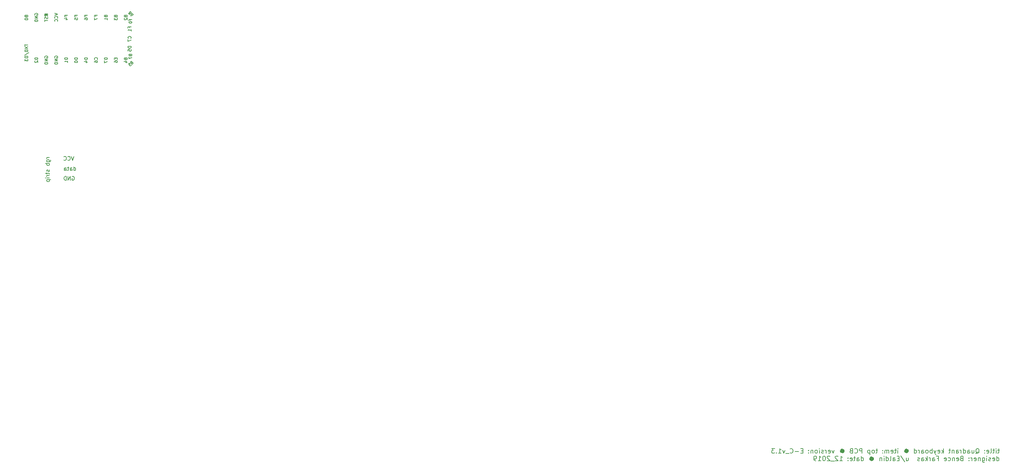
<source format=gbr>
G04 #@! TF.GenerationSoftware,KiCad,Pcbnew,(5.99.0-176-g31e38f2fd)*
G04 #@! TF.CreationDate,2020-02-05T01:48:41+01:00*
G04 #@! TF.ProjectId,5x14_ortho_keyboard_elite-c,35783134-5f6f-4727-9468-6f5f6b657962,rev?*
G04 #@! TF.SameCoordinates,Original*
G04 #@! TF.FileFunction,Legend,Bot*
G04 #@! TF.FilePolarity,Positive*
%FSLAX46Y46*%
G04 Gerber Fmt 4.6, Leading zero omitted, Abs format (unit mm)*
G04 Created by KiCad (PCBNEW (5.99.0-176-g31e38f2fd)) date 2020-02-05 01:48:41*
%MOMM*%
%LPD*%
G04 APERTURE LIST*
%ADD10C,0.150000*%
%ADD11C,1.000000*%
%ADD12C,0.200000*%
%ADD13C,0.010000*%
%ADD14C,2.250000*%
%ADD15C,2.250000*%
%ADD16C,3.987800*%
%ADD17C,1.750000*%
%ADD18C,2.000000*%
%ADD19C,1.700000*%
%ADD20C,1.200000*%
%ADD21C,3.048000*%
%ADD22O,1.700000X1.700000*%
%ADD23R,1.700000X1.700000*%
%ADD24R,1.752600X1.752600*%
%ADD25C,1.752600*%
%ADD26C,1.400000*%
%ADD27R,1.400000X1.400000*%
%ADD28C,4.400000*%
%ADD29R,1.800000X1.800000*%
%ADD30C,1.800000*%
%ADD31O,1.400000X1.400000*%
%ADD32R,2.000000X3.200000*%
%ADD33R,2.000000X2.000000*%
G04 APERTURE END LIST*
D10*
X37780654Y-84500000D02*
X37875892Y-84452380D01*
X38018750Y-84452380D01*
X38161607Y-84500000D01*
X38256845Y-84595238D01*
X38304464Y-84690476D01*
X38352083Y-84880952D01*
X38352083Y-85023809D01*
X38304464Y-85214285D01*
X38256845Y-85309523D01*
X38161607Y-85404761D01*
X38018750Y-85452380D01*
X37923511Y-85452380D01*
X37780654Y-85404761D01*
X37733035Y-85357142D01*
X37733035Y-85023809D01*
X37923511Y-85023809D01*
X37304464Y-85452380D02*
X37304464Y-84452380D01*
X36733035Y-85452380D01*
X36733035Y-84452380D01*
X36256845Y-85452380D02*
X36256845Y-84452380D01*
X36018750Y-84452380D01*
X35875892Y-84500000D01*
X35780654Y-84595238D01*
X35733035Y-84690476D01*
X35685416Y-84880952D01*
X35685416Y-85023809D01*
X35733035Y-85214285D01*
X35780654Y-85309523D01*
X35875892Y-85404761D01*
X36018750Y-85452380D01*
X36256845Y-85452380D01*
X38194940Y-82952380D02*
X38194940Y-81952380D01*
X38194940Y-82904761D02*
X38290178Y-82952380D01*
X38480654Y-82952380D01*
X38575892Y-82904761D01*
X38623511Y-82857142D01*
X38671130Y-82761904D01*
X38671130Y-82476190D01*
X38623511Y-82380952D01*
X38575892Y-82333333D01*
X38480654Y-82285714D01*
X38290178Y-82285714D01*
X38194940Y-82333333D01*
X37290178Y-82952380D02*
X37290178Y-82428571D01*
X37337797Y-82333333D01*
X37433035Y-82285714D01*
X37623511Y-82285714D01*
X37718750Y-82333333D01*
X37290178Y-82904761D02*
X37385416Y-82952380D01*
X37623511Y-82952380D01*
X37718750Y-82904761D01*
X37766369Y-82809523D01*
X37766369Y-82714285D01*
X37718750Y-82619047D01*
X37623511Y-82571428D01*
X37385416Y-82571428D01*
X37290178Y-82523809D01*
X36956845Y-82285714D02*
X36575892Y-82285714D01*
X36813988Y-81952380D02*
X36813988Y-82809523D01*
X36766369Y-82904761D01*
X36671130Y-82952380D01*
X36575892Y-82952380D01*
X35813988Y-82952380D02*
X35813988Y-82428571D01*
X35861607Y-82333333D01*
X35956845Y-82285714D01*
X36147321Y-82285714D01*
X36242559Y-82333333D01*
X35813988Y-82904761D02*
X35909226Y-82952380D01*
X36147321Y-82952380D01*
X36242559Y-82904761D01*
X36290178Y-82809523D01*
X36290178Y-82714285D01*
X36242559Y-82619047D01*
X36147321Y-82571428D01*
X35909226Y-82571428D01*
X35813988Y-82523809D01*
X38252083Y-79352380D02*
X37918750Y-80352380D01*
X37585416Y-79352380D01*
X36680654Y-80257142D02*
X36728273Y-80304761D01*
X36871130Y-80352380D01*
X36966369Y-80352380D01*
X37109226Y-80304761D01*
X37204464Y-80209523D01*
X37252083Y-80114285D01*
X37299702Y-79923809D01*
X37299702Y-79780952D01*
X37252083Y-79590476D01*
X37204464Y-79495238D01*
X37109226Y-79400000D01*
X36966369Y-79352380D01*
X36871130Y-79352380D01*
X36728273Y-79400000D01*
X36680654Y-79447619D01*
X35680654Y-80257142D02*
X35728273Y-80304761D01*
X35871130Y-80352380D01*
X35966369Y-80352380D01*
X36109226Y-80304761D01*
X36204464Y-80209523D01*
X36252083Y-80114285D01*
X36299702Y-79923809D01*
X36299702Y-79780952D01*
X36252083Y-79590476D01*
X36204464Y-79495238D01*
X36109226Y-79400000D01*
X35966369Y-79352380D01*
X35871130Y-79352380D01*
X35728273Y-79400000D01*
X35680654Y-79447619D01*
D11*
X234631250Y-154750000D02*
G75*
G03X234631250Y-154750000I-100000J0D01*
G01*
X251031250Y-154750000D02*
G75*
G03X251031250Y-154750000I-100000J0D01*
G01*
X242131250Y-156750000D02*
G75*
G03X242131250Y-156750000I-100000J0D01*
G01*
D12*
X274686964Y-154526857D02*
X274229821Y-154526857D01*
X274515535Y-154126857D02*
X274515535Y-155155428D01*
X274458392Y-155269714D01*
X274344107Y-155326857D01*
X274229821Y-155326857D01*
X273829821Y-155326857D02*
X273829821Y-154526857D01*
X273829821Y-154126857D02*
X273886964Y-154184000D01*
X273829821Y-154241142D01*
X273772678Y-154184000D01*
X273829821Y-154126857D01*
X273829821Y-154241142D01*
X273429821Y-154526857D02*
X272972678Y-154526857D01*
X273258392Y-154126857D02*
X273258392Y-155155428D01*
X273201250Y-155269714D01*
X273086964Y-155326857D01*
X272972678Y-155326857D01*
X272401250Y-155326857D02*
X272515535Y-155269714D01*
X272572678Y-155155428D01*
X272572678Y-154126857D01*
X271486964Y-155269714D02*
X271601250Y-155326857D01*
X271829821Y-155326857D01*
X271944107Y-155269714D01*
X272001250Y-155155428D01*
X272001250Y-154698285D01*
X271944107Y-154584000D01*
X271829821Y-154526857D01*
X271601250Y-154526857D01*
X271486964Y-154584000D01*
X271429821Y-154698285D01*
X271429821Y-154812571D01*
X272001250Y-154926857D01*
X270915535Y-155212571D02*
X270858392Y-155269714D01*
X270915535Y-155326857D01*
X270972678Y-155269714D01*
X270915535Y-155212571D01*
X270915535Y-155326857D01*
X270915535Y-154584000D02*
X270858392Y-154641142D01*
X270915535Y-154698285D01*
X270972678Y-154641142D01*
X270915535Y-154584000D01*
X270915535Y-154698285D01*
X268629821Y-155441142D02*
X268744107Y-155384000D01*
X268858392Y-155269714D01*
X269029821Y-155098285D01*
X269144107Y-155041142D01*
X269258392Y-155041142D01*
X269201250Y-155326857D02*
X269315535Y-155269714D01*
X269429821Y-155155428D01*
X269486964Y-154926857D01*
X269486964Y-154526857D01*
X269429821Y-154298285D01*
X269315535Y-154184000D01*
X269201250Y-154126857D01*
X268972678Y-154126857D01*
X268858392Y-154184000D01*
X268744107Y-154298285D01*
X268686964Y-154526857D01*
X268686964Y-154926857D01*
X268744107Y-155155428D01*
X268858392Y-155269714D01*
X268972678Y-155326857D01*
X269201250Y-155326857D01*
X267658392Y-154526857D02*
X267658392Y-155326857D01*
X268172678Y-154526857D02*
X268172678Y-155155428D01*
X268115535Y-155269714D01*
X268001250Y-155326857D01*
X267829821Y-155326857D01*
X267715535Y-155269714D01*
X267658392Y-155212571D01*
X266572678Y-155326857D02*
X266572678Y-154698285D01*
X266629821Y-154584000D01*
X266744107Y-154526857D01*
X266972678Y-154526857D01*
X267086964Y-154584000D01*
X266572678Y-155269714D02*
X266686964Y-155326857D01*
X266972678Y-155326857D01*
X267086964Y-155269714D01*
X267144107Y-155155428D01*
X267144107Y-155041142D01*
X267086964Y-154926857D01*
X266972678Y-154869714D01*
X266686964Y-154869714D01*
X266572678Y-154812571D01*
X265486964Y-155326857D02*
X265486964Y-154126857D01*
X265486964Y-155269714D02*
X265601250Y-155326857D01*
X265829821Y-155326857D01*
X265944107Y-155269714D01*
X266001250Y-155212571D01*
X266058392Y-155098285D01*
X266058392Y-154755428D01*
X266001250Y-154641142D01*
X265944107Y-154584000D01*
X265829821Y-154526857D01*
X265601250Y-154526857D01*
X265486964Y-154584000D01*
X264915535Y-155326857D02*
X264915535Y-154526857D01*
X264915535Y-154755428D02*
X264858392Y-154641142D01*
X264801250Y-154584000D01*
X264686964Y-154526857D01*
X264572678Y-154526857D01*
X263658392Y-155326857D02*
X263658392Y-154698285D01*
X263715535Y-154584000D01*
X263829821Y-154526857D01*
X264058392Y-154526857D01*
X264172678Y-154584000D01*
X263658392Y-155269714D02*
X263772678Y-155326857D01*
X264058392Y-155326857D01*
X264172678Y-155269714D01*
X264229821Y-155155428D01*
X264229821Y-155041142D01*
X264172678Y-154926857D01*
X264058392Y-154869714D01*
X263772678Y-154869714D01*
X263658392Y-154812571D01*
X263086964Y-154526857D02*
X263086964Y-155326857D01*
X263086964Y-154641142D02*
X263029821Y-154584000D01*
X262915535Y-154526857D01*
X262744107Y-154526857D01*
X262629821Y-154584000D01*
X262572678Y-154698285D01*
X262572678Y-155326857D01*
X262172678Y-154526857D02*
X261715535Y-154526857D01*
X262001250Y-154126857D02*
X262001250Y-155155428D01*
X261944107Y-155269714D01*
X261829821Y-155326857D01*
X261715535Y-155326857D01*
X260401250Y-155326857D02*
X260401250Y-154126857D01*
X260286964Y-154869714D02*
X259944107Y-155326857D01*
X259944107Y-154526857D02*
X260401250Y-154984000D01*
X258972678Y-155269714D02*
X259086964Y-155326857D01*
X259315535Y-155326857D01*
X259429821Y-155269714D01*
X259486964Y-155155428D01*
X259486964Y-154698285D01*
X259429821Y-154584000D01*
X259315535Y-154526857D01*
X259086964Y-154526857D01*
X258972678Y-154584000D01*
X258915535Y-154698285D01*
X258915535Y-154812571D01*
X259486964Y-154926857D01*
X258515535Y-154526857D02*
X258229821Y-155326857D01*
X257944107Y-154526857D02*
X258229821Y-155326857D01*
X258344107Y-155612571D01*
X258401250Y-155669714D01*
X258515535Y-155726857D01*
X257486964Y-155326857D02*
X257486964Y-154126857D01*
X257486964Y-154584000D02*
X257372678Y-154526857D01*
X257144107Y-154526857D01*
X257029821Y-154584000D01*
X256972678Y-154641142D01*
X256915535Y-154755428D01*
X256915535Y-155098285D01*
X256972678Y-155212571D01*
X257029821Y-155269714D01*
X257144107Y-155326857D01*
X257372678Y-155326857D01*
X257486964Y-155269714D01*
X256229821Y-155326857D02*
X256344107Y-155269714D01*
X256401250Y-155212571D01*
X256458392Y-155098285D01*
X256458392Y-154755428D01*
X256401250Y-154641142D01*
X256344107Y-154584000D01*
X256229821Y-154526857D01*
X256058392Y-154526857D01*
X255944107Y-154584000D01*
X255886964Y-154641142D01*
X255829821Y-154755428D01*
X255829821Y-155098285D01*
X255886964Y-155212571D01*
X255944107Y-155269714D01*
X256058392Y-155326857D01*
X256229821Y-155326857D01*
X254801250Y-155326857D02*
X254801250Y-154698285D01*
X254858392Y-154584000D01*
X254972678Y-154526857D01*
X255201250Y-154526857D01*
X255315535Y-154584000D01*
X254801250Y-155269714D02*
X254915535Y-155326857D01*
X255201250Y-155326857D01*
X255315535Y-155269714D01*
X255372678Y-155155428D01*
X255372678Y-155041142D01*
X255315535Y-154926857D01*
X255201250Y-154869714D01*
X254915535Y-154869714D01*
X254801250Y-154812571D01*
X254229821Y-155326857D02*
X254229821Y-154526857D01*
X254229821Y-154755428D02*
X254172678Y-154641142D01*
X254115535Y-154584000D01*
X254001250Y-154526857D01*
X253886964Y-154526857D01*
X252972678Y-155326857D02*
X252972678Y-154126857D01*
X252972678Y-155269714D02*
X253086964Y-155326857D01*
X253315535Y-155326857D01*
X253429821Y-155269714D01*
X253486964Y-155212571D01*
X253544107Y-155098285D01*
X253544107Y-154755428D01*
X253486964Y-154641142D01*
X253429821Y-154584000D01*
X253315535Y-154526857D01*
X253086964Y-154526857D01*
X252972678Y-154584000D01*
X248744107Y-155326857D02*
X248744107Y-154526857D01*
X248744107Y-154126857D02*
X248801250Y-154184000D01*
X248744107Y-154241142D01*
X248686964Y-154184000D01*
X248744107Y-154126857D01*
X248744107Y-154241142D01*
X248344107Y-154526857D02*
X247886964Y-154526857D01*
X248172678Y-154126857D02*
X248172678Y-155155428D01*
X248115535Y-155269714D01*
X248001250Y-155326857D01*
X247886964Y-155326857D01*
X247029821Y-155269714D02*
X247144107Y-155326857D01*
X247372678Y-155326857D01*
X247486964Y-155269714D01*
X247544107Y-155155428D01*
X247544107Y-154698285D01*
X247486964Y-154584000D01*
X247372678Y-154526857D01*
X247144107Y-154526857D01*
X247029821Y-154584000D01*
X246972678Y-154698285D01*
X246972678Y-154812571D01*
X247544107Y-154926857D01*
X246458392Y-155326857D02*
X246458392Y-154526857D01*
X246458392Y-154641142D02*
X246401250Y-154584000D01*
X246286964Y-154526857D01*
X246115535Y-154526857D01*
X246001250Y-154584000D01*
X245944107Y-154698285D01*
X245944107Y-155326857D01*
X245944107Y-154698285D02*
X245886964Y-154584000D01*
X245772678Y-154526857D01*
X245601250Y-154526857D01*
X245486964Y-154584000D01*
X245429821Y-154698285D01*
X245429821Y-155326857D01*
X244858392Y-155212571D02*
X244801250Y-155269714D01*
X244858392Y-155326857D01*
X244915535Y-155269714D01*
X244858392Y-155212571D01*
X244858392Y-155326857D01*
X244858392Y-154584000D02*
X244801250Y-154641142D01*
X244858392Y-154698285D01*
X244915535Y-154641142D01*
X244858392Y-154584000D01*
X244858392Y-154698285D01*
X243544107Y-154526857D02*
X243086964Y-154526857D01*
X243372678Y-154126857D02*
X243372678Y-155155428D01*
X243315535Y-155269714D01*
X243201250Y-155326857D01*
X243086964Y-155326857D01*
X242515535Y-155326857D02*
X242629821Y-155269714D01*
X242686964Y-155212571D01*
X242744107Y-155098285D01*
X242744107Y-154755428D01*
X242686964Y-154641142D01*
X242629821Y-154584000D01*
X242515535Y-154526857D01*
X242344107Y-154526857D01*
X242229821Y-154584000D01*
X242172678Y-154641142D01*
X242115535Y-154755428D01*
X242115535Y-155098285D01*
X242172678Y-155212571D01*
X242229821Y-155269714D01*
X242344107Y-155326857D01*
X242515535Y-155326857D01*
X241601250Y-154526857D02*
X241601250Y-155726857D01*
X241601250Y-154584000D02*
X241486964Y-154526857D01*
X241258392Y-154526857D01*
X241144107Y-154584000D01*
X241086964Y-154641142D01*
X241029821Y-154755428D01*
X241029821Y-155098285D01*
X241086964Y-155212571D01*
X241144107Y-155269714D01*
X241258392Y-155326857D01*
X241486964Y-155326857D01*
X241601250Y-155269714D01*
X239601250Y-155326857D02*
X239601250Y-154126857D01*
X239144107Y-154126857D01*
X239029821Y-154184000D01*
X238972678Y-154241142D01*
X238915535Y-154355428D01*
X238915535Y-154526857D01*
X238972678Y-154641142D01*
X239029821Y-154698285D01*
X239144107Y-154755428D01*
X239601250Y-154755428D01*
X237715535Y-155212571D02*
X237772678Y-155269714D01*
X237944107Y-155326857D01*
X238058392Y-155326857D01*
X238229821Y-155269714D01*
X238344107Y-155155428D01*
X238401250Y-155041142D01*
X238458392Y-154812571D01*
X238458392Y-154641142D01*
X238401250Y-154412571D01*
X238344107Y-154298285D01*
X238229821Y-154184000D01*
X238058392Y-154126857D01*
X237944107Y-154126857D01*
X237772678Y-154184000D01*
X237715535Y-154241142D01*
X236801250Y-154698285D02*
X236629821Y-154755428D01*
X236572678Y-154812571D01*
X236515535Y-154926857D01*
X236515535Y-155098285D01*
X236572678Y-155212571D01*
X236629821Y-155269714D01*
X236744107Y-155326857D01*
X237201250Y-155326857D01*
X237201250Y-154126857D01*
X236801250Y-154126857D01*
X236686964Y-154184000D01*
X236629821Y-154241142D01*
X236572678Y-154355428D01*
X236572678Y-154469714D01*
X236629821Y-154584000D01*
X236686964Y-154641142D01*
X236801250Y-154698285D01*
X237201250Y-154698285D01*
X232458392Y-154526857D02*
X232172678Y-155326857D01*
X231886964Y-154526857D01*
X230972678Y-155269714D02*
X231086964Y-155326857D01*
X231315535Y-155326857D01*
X231429821Y-155269714D01*
X231486964Y-155155428D01*
X231486964Y-154698285D01*
X231429821Y-154584000D01*
X231315535Y-154526857D01*
X231086964Y-154526857D01*
X230972678Y-154584000D01*
X230915535Y-154698285D01*
X230915535Y-154812571D01*
X231486964Y-154926857D01*
X230401250Y-155326857D02*
X230401250Y-154526857D01*
X230401250Y-154755428D02*
X230344107Y-154641142D01*
X230286964Y-154584000D01*
X230172678Y-154526857D01*
X230058392Y-154526857D01*
X229715535Y-155269714D02*
X229601250Y-155326857D01*
X229372678Y-155326857D01*
X229258392Y-155269714D01*
X229201250Y-155155428D01*
X229201250Y-155098285D01*
X229258392Y-154984000D01*
X229372678Y-154926857D01*
X229544107Y-154926857D01*
X229658392Y-154869714D01*
X229715535Y-154755428D01*
X229715535Y-154698285D01*
X229658392Y-154584000D01*
X229544107Y-154526857D01*
X229372678Y-154526857D01*
X229258392Y-154584000D01*
X228686964Y-155326857D02*
X228686964Y-154526857D01*
X228686964Y-154126857D02*
X228744107Y-154184000D01*
X228686964Y-154241142D01*
X228629821Y-154184000D01*
X228686964Y-154126857D01*
X228686964Y-154241142D01*
X227944107Y-155326857D02*
X228058392Y-155269714D01*
X228115535Y-155212571D01*
X228172678Y-155098285D01*
X228172678Y-154755428D01*
X228115535Y-154641142D01*
X228058392Y-154584000D01*
X227944107Y-154526857D01*
X227772678Y-154526857D01*
X227658392Y-154584000D01*
X227601250Y-154641142D01*
X227544107Y-154755428D01*
X227544107Y-155098285D01*
X227601250Y-155212571D01*
X227658392Y-155269714D01*
X227772678Y-155326857D01*
X227944107Y-155326857D01*
X227029821Y-154526857D02*
X227029821Y-155326857D01*
X227029821Y-154641142D02*
X226972678Y-154584000D01*
X226858392Y-154526857D01*
X226686964Y-154526857D01*
X226572678Y-154584000D01*
X226515535Y-154698285D01*
X226515535Y-155326857D01*
X225944107Y-155212571D02*
X225886964Y-155269714D01*
X225944107Y-155326857D01*
X226001250Y-155269714D01*
X225944107Y-155212571D01*
X225944107Y-155326857D01*
X225944107Y-154584000D02*
X225886964Y-154641142D01*
X225944107Y-154698285D01*
X226001250Y-154641142D01*
X225944107Y-154584000D01*
X225944107Y-154698285D01*
X224458392Y-154698285D02*
X224058392Y-154698285D01*
X223886964Y-155326857D02*
X224458392Y-155326857D01*
X224458392Y-154126857D01*
X223886964Y-154126857D01*
X223372678Y-154869714D02*
X222458392Y-154869714D01*
X221201250Y-155212571D02*
X221258392Y-155269714D01*
X221429821Y-155326857D01*
X221544107Y-155326857D01*
X221715535Y-155269714D01*
X221829821Y-155155428D01*
X221886964Y-155041142D01*
X221944107Y-154812571D01*
X221944107Y-154641142D01*
X221886964Y-154412571D01*
X221829821Y-154298285D01*
X221715535Y-154184000D01*
X221544107Y-154126857D01*
X221429821Y-154126857D01*
X221258392Y-154184000D01*
X221201250Y-154241142D01*
X220972678Y-155441142D02*
X220058392Y-155441142D01*
X219886964Y-154526857D02*
X219601250Y-155326857D01*
X219315535Y-154526857D01*
X218229821Y-155326857D02*
X218915535Y-155326857D01*
X218572678Y-155326857D02*
X218572678Y-154126857D01*
X218686964Y-154298285D01*
X218801250Y-154412571D01*
X218915535Y-154469714D01*
X217715535Y-155212571D02*
X217658392Y-155269714D01*
X217715535Y-155326857D01*
X217772678Y-155269714D01*
X217715535Y-155212571D01*
X217715535Y-155326857D01*
X217258392Y-154126857D02*
X216515535Y-154126857D01*
X216915535Y-154584000D01*
X216744107Y-154584000D01*
X216629821Y-154641142D01*
X216572678Y-154698285D01*
X216515535Y-154812571D01*
X216515535Y-155098285D01*
X216572678Y-155212571D01*
X216629821Y-155269714D01*
X216744107Y-155326857D01*
X217086964Y-155326857D01*
X217201250Y-155269714D01*
X217258392Y-155212571D01*
X274001250Y-157258857D02*
X274001250Y-156058857D01*
X274001250Y-157201714D02*
X274115535Y-157258857D01*
X274344107Y-157258857D01*
X274458392Y-157201714D01*
X274515535Y-157144571D01*
X274572678Y-157030285D01*
X274572678Y-156687428D01*
X274515535Y-156573142D01*
X274458392Y-156516000D01*
X274344107Y-156458857D01*
X274115535Y-156458857D01*
X274001250Y-156516000D01*
X272972678Y-157201714D02*
X273086964Y-157258857D01*
X273315535Y-157258857D01*
X273429821Y-157201714D01*
X273486964Y-157087428D01*
X273486964Y-156630285D01*
X273429821Y-156516000D01*
X273315535Y-156458857D01*
X273086964Y-156458857D01*
X272972678Y-156516000D01*
X272915535Y-156630285D01*
X272915535Y-156744571D01*
X273486964Y-156858857D01*
X272458392Y-157201714D02*
X272344107Y-157258857D01*
X272115535Y-157258857D01*
X272001250Y-157201714D01*
X271944107Y-157087428D01*
X271944107Y-157030285D01*
X272001250Y-156916000D01*
X272115535Y-156858857D01*
X272286964Y-156858857D01*
X272401250Y-156801714D01*
X272458392Y-156687428D01*
X272458392Y-156630285D01*
X272401250Y-156516000D01*
X272286964Y-156458857D01*
X272115535Y-156458857D01*
X272001250Y-156516000D01*
X271429821Y-157258857D02*
X271429821Y-156458857D01*
X271429821Y-156058857D02*
X271486964Y-156116000D01*
X271429821Y-156173142D01*
X271372678Y-156116000D01*
X271429821Y-156058857D01*
X271429821Y-156173142D01*
X270344107Y-156458857D02*
X270344107Y-157430285D01*
X270401250Y-157544571D01*
X270458392Y-157601714D01*
X270572678Y-157658857D01*
X270744107Y-157658857D01*
X270858392Y-157601714D01*
X270344107Y-157201714D02*
X270458392Y-157258857D01*
X270686964Y-157258857D01*
X270801250Y-157201714D01*
X270858392Y-157144571D01*
X270915535Y-157030285D01*
X270915535Y-156687428D01*
X270858392Y-156573142D01*
X270801250Y-156516000D01*
X270686964Y-156458857D01*
X270458392Y-156458857D01*
X270344107Y-156516000D01*
X269772678Y-156458857D02*
X269772678Y-157258857D01*
X269772678Y-156573142D02*
X269715535Y-156516000D01*
X269601250Y-156458857D01*
X269429821Y-156458857D01*
X269315535Y-156516000D01*
X269258392Y-156630285D01*
X269258392Y-157258857D01*
X268229821Y-157201714D02*
X268344107Y-157258857D01*
X268572678Y-157258857D01*
X268686964Y-157201714D01*
X268744107Y-157087428D01*
X268744107Y-156630285D01*
X268686964Y-156516000D01*
X268572678Y-156458857D01*
X268344107Y-156458857D01*
X268229821Y-156516000D01*
X268172678Y-156630285D01*
X268172678Y-156744571D01*
X268744107Y-156858857D01*
X267658392Y-157258857D02*
X267658392Y-156458857D01*
X267658392Y-156687428D02*
X267601250Y-156573142D01*
X267544107Y-156516000D01*
X267429821Y-156458857D01*
X267315535Y-156458857D01*
X266915535Y-157144571D02*
X266858392Y-157201714D01*
X266915535Y-157258857D01*
X266972678Y-157201714D01*
X266915535Y-157144571D01*
X266915535Y-157258857D01*
X266915535Y-156516000D02*
X266858392Y-156573142D01*
X266915535Y-156630285D01*
X266972678Y-156573142D01*
X266915535Y-156516000D01*
X266915535Y-156630285D01*
X265029821Y-156630285D02*
X264858392Y-156687428D01*
X264801250Y-156744571D01*
X264744107Y-156858857D01*
X264744107Y-157030285D01*
X264801250Y-157144571D01*
X264858392Y-157201714D01*
X264972678Y-157258857D01*
X265429821Y-157258857D01*
X265429821Y-156058857D01*
X265029821Y-156058857D01*
X264915535Y-156116000D01*
X264858392Y-156173142D01*
X264801250Y-156287428D01*
X264801250Y-156401714D01*
X264858392Y-156516000D01*
X264915535Y-156573142D01*
X265029821Y-156630285D01*
X265429821Y-156630285D01*
X263772678Y-157201714D02*
X263886964Y-157258857D01*
X264115535Y-157258857D01*
X264229821Y-157201714D01*
X264286964Y-157087428D01*
X264286964Y-156630285D01*
X264229821Y-156516000D01*
X264115535Y-156458857D01*
X263886964Y-156458857D01*
X263772678Y-156516000D01*
X263715535Y-156630285D01*
X263715535Y-156744571D01*
X264286964Y-156858857D01*
X263201250Y-156458857D02*
X263201250Y-157258857D01*
X263201250Y-156573142D02*
X263144107Y-156516000D01*
X263029821Y-156458857D01*
X262858392Y-156458857D01*
X262744107Y-156516000D01*
X262686964Y-156630285D01*
X262686964Y-157258857D01*
X261601250Y-157201714D02*
X261715535Y-157258857D01*
X261944107Y-157258857D01*
X262058392Y-157201714D01*
X262115535Y-157144571D01*
X262172678Y-157030285D01*
X262172678Y-156687428D01*
X262115535Y-156573142D01*
X262058392Y-156516000D01*
X261944107Y-156458857D01*
X261715535Y-156458857D01*
X261601250Y-156516000D01*
X260629821Y-157201714D02*
X260744107Y-157258857D01*
X260972678Y-157258857D01*
X261086964Y-157201714D01*
X261144107Y-157087428D01*
X261144107Y-156630285D01*
X261086964Y-156516000D01*
X260972678Y-156458857D01*
X260744107Y-156458857D01*
X260629821Y-156516000D01*
X260572678Y-156630285D01*
X260572678Y-156744571D01*
X261144107Y-156858857D01*
X258744107Y-156630285D02*
X259144107Y-156630285D01*
X259144107Y-157258857D02*
X259144107Y-156058857D01*
X258572678Y-156058857D01*
X257601250Y-157258857D02*
X257601250Y-156630285D01*
X257658392Y-156516000D01*
X257772678Y-156458857D01*
X258001250Y-156458857D01*
X258115535Y-156516000D01*
X257601250Y-157201714D02*
X257715535Y-157258857D01*
X258001250Y-157258857D01*
X258115535Y-157201714D01*
X258172678Y-157087428D01*
X258172678Y-156973142D01*
X258115535Y-156858857D01*
X258001250Y-156801714D01*
X257715535Y-156801714D01*
X257601250Y-156744571D01*
X257029821Y-157258857D02*
X257029821Y-156458857D01*
X257029821Y-156687428D02*
X256972678Y-156573142D01*
X256915535Y-156516000D01*
X256801250Y-156458857D01*
X256686964Y-156458857D01*
X256286964Y-157258857D02*
X256286964Y-156058857D01*
X256172678Y-156801714D02*
X255829821Y-157258857D01*
X255829821Y-156458857D02*
X256286964Y-156916000D01*
X254801250Y-157258857D02*
X254801250Y-156630285D01*
X254858392Y-156516000D01*
X254972678Y-156458857D01*
X255201250Y-156458857D01*
X255315535Y-156516000D01*
X254801250Y-157201714D02*
X254915535Y-157258857D01*
X255201250Y-157258857D01*
X255315535Y-157201714D01*
X255372678Y-157087428D01*
X255372678Y-156973142D01*
X255315535Y-156858857D01*
X255201250Y-156801714D01*
X254915535Y-156801714D01*
X254801250Y-156744571D01*
X254286964Y-157201714D02*
X254172678Y-157258857D01*
X253944107Y-157258857D01*
X253829821Y-157201714D01*
X253772678Y-157087428D01*
X253772678Y-157030285D01*
X253829821Y-156916000D01*
X253944107Y-156858857D01*
X254115535Y-156858857D01*
X254229821Y-156801714D01*
X254286964Y-156687428D01*
X254286964Y-156630285D01*
X254229821Y-156516000D01*
X254115535Y-156458857D01*
X253944107Y-156458857D01*
X253829821Y-156516000D01*
X250915535Y-156458857D02*
X250915535Y-157258857D01*
X251429821Y-156458857D02*
X251429821Y-157087428D01*
X251372678Y-157201714D01*
X251258392Y-157258857D01*
X251086964Y-157258857D01*
X250972678Y-157201714D01*
X250915535Y-157144571D01*
X249486964Y-156001714D02*
X250515535Y-157544571D01*
X249086964Y-156630285D02*
X248686964Y-156630285D01*
X248515535Y-157258857D02*
X249086964Y-157258857D01*
X249086964Y-156058857D01*
X248515535Y-156058857D01*
X247486964Y-157258857D02*
X247486964Y-156630285D01*
X247544107Y-156516000D01*
X247658392Y-156458857D01*
X247886964Y-156458857D01*
X248001250Y-156516000D01*
X247486964Y-157201714D02*
X247601250Y-157258857D01*
X247886964Y-157258857D01*
X248001250Y-157201714D01*
X248058392Y-157087428D01*
X248058392Y-156973142D01*
X248001250Y-156858857D01*
X247886964Y-156801714D01*
X247601250Y-156801714D01*
X247486964Y-156744571D01*
X246744107Y-157258857D02*
X246858392Y-157201714D01*
X246915535Y-157087428D01*
X246915535Y-156058857D01*
X245772678Y-157258857D02*
X245772678Y-156058857D01*
X245772678Y-157201714D02*
X245886964Y-157258857D01*
X246115535Y-157258857D01*
X246229821Y-157201714D01*
X246286964Y-157144571D01*
X246344107Y-157030285D01*
X246344107Y-156687428D01*
X246286964Y-156573142D01*
X246229821Y-156516000D01*
X246115535Y-156458857D01*
X245886964Y-156458857D01*
X245772678Y-156516000D01*
X245201250Y-157258857D02*
X245201250Y-156458857D01*
X245201250Y-156058857D02*
X245258392Y-156116000D01*
X245201250Y-156173142D01*
X245144107Y-156116000D01*
X245201250Y-156058857D01*
X245201250Y-156173142D01*
X244629821Y-156458857D02*
X244629821Y-157258857D01*
X244629821Y-156573142D02*
X244572678Y-156516000D01*
X244458392Y-156458857D01*
X244286964Y-156458857D01*
X244172678Y-156516000D01*
X244115535Y-156630285D01*
X244115535Y-157258857D01*
X239372678Y-157258857D02*
X239372678Y-156058857D01*
X239372678Y-157201714D02*
X239486964Y-157258857D01*
X239715535Y-157258857D01*
X239829821Y-157201714D01*
X239886964Y-157144571D01*
X239944107Y-157030285D01*
X239944107Y-156687428D01*
X239886964Y-156573142D01*
X239829821Y-156516000D01*
X239715535Y-156458857D01*
X239486964Y-156458857D01*
X239372678Y-156516000D01*
X238286964Y-157258857D02*
X238286964Y-156630285D01*
X238344107Y-156516000D01*
X238458392Y-156458857D01*
X238686964Y-156458857D01*
X238801250Y-156516000D01*
X238286964Y-157201714D02*
X238401250Y-157258857D01*
X238686964Y-157258857D01*
X238801250Y-157201714D01*
X238858392Y-157087428D01*
X238858392Y-156973142D01*
X238801250Y-156858857D01*
X238686964Y-156801714D01*
X238401250Y-156801714D01*
X238286964Y-156744571D01*
X237886964Y-156458857D02*
X237429821Y-156458857D01*
X237715535Y-156058857D02*
X237715535Y-157087428D01*
X237658392Y-157201714D01*
X237544107Y-157258857D01*
X237429821Y-157258857D01*
X236572678Y-157201714D02*
X236686964Y-157258857D01*
X236915535Y-157258857D01*
X237029821Y-157201714D01*
X237086964Y-157087428D01*
X237086964Y-156630285D01*
X237029821Y-156516000D01*
X236915535Y-156458857D01*
X236686964Y-156458857D01*
X236572678Y-156516000D01*
X236515535Y-156630285D01*
X236515535Y-156744571D01*
X237086964Y-156858857D01*
X236001250Y-157144571D02*
X235944107Y-157201714D01*
X236001250Y-157258857D01*
X236058392Y-157201714D01*
X236001250Y-157144571D01*
X236001250Y-157258857D01*
X236001250Y-156516000D02*
X235944107Y-156573142D01*
X236001250Y-156630285D01*
X236058392Y-156573142D01*
X236001250Y-156516000D01*
X236001250Y-156630285D01*
X233886964Y-157258857D02*
X234572678Y-157258857D01*
X234229821Y-157258857D02*
X234229821Y-156058857D01*
X234344107Y-156230285D01*
X234458392Y-156344571D01*
X234572678Y-156401714D01*
X233429821Y-156173142D02*
X233372678Y-156116000D01*
X233258392Y-156058857D01*
X232972678Y-156058857D01*
X232858392Y-156116000D01*
X232801250Y-156173142D01*
X232744107Y-156287428D01*
X232744107Y-156401714D01*
X232801250Y-156573142D01*
X233486964Y-157258857D01*
X232744107Y-157258857D01*
X232515535Y-157373142D02*
X231601250Y-157373142D01*
X231372678Y-156173142D02*
X231315535Y-156116000D01*
X231201250Y-156058857D01*
X230915535Y-156058857D01*
X230801250Y-156116000D01*
X230744107Y-156173142D01*
X230686964Y-156287428D01*
X230686964Y-156401714D01*
X230744107Y-156573142D01*
X231429821Y-157258857D01*
X230686964Y-157258857D01*
X229944107Y-156058857D02*
X229829821Y-156058857D01*
X229715535Y-156116000D01*
X229658392Y-156173142D01*
X229601250Y-156287428D01*
X229544107Y-156516000D01*
X229544107Y-156801714D01*
X229601250Y-157030285D01*
X229658392Y-157144571D01*
X229715535Y-157201714D01*
X229829821Y-157258857D01*
X229944107Y-157258857D01*
X230058392Y-157201714D01*
X230115535Y-157144571D01*
X230172678Y-157030285D01*
X230229821Y-156801714D01*
X230229821Y-156516000D01*
X230172678Y-156287428D01*
X230115535Y-156173142D01*
X230058392Y-156116000D01*
X229944107Y-156058857D01*
X228401250Y-157258857D02*
X229086964Y-157258857D01*
X228744107Y-157258857D02*
X228744107Y-156058857D01*
X228858392Y-156230285D01*
X228972678Y-156344571D01*
X229086964Y-156401714D01*
X227829821Y-157258857D02*
X227601250Y-157258857D01*
X227486964Y-157201714D01*
X227429821Y-157144571D01*
X227315535Y-156973142D01*
X227258392Y-156744571D01*
X227258392Y-156287428D01*
X227315535Y-156173142D01*
X227372678Y-156116000D01*
X227486964Y-156058857D01*
X227715535Y-156058857D01*
X227829821Y-156116000D01*
X227886964Y-156173142D01*
X227944107Y-156287428D01*
X227944107Y-156573142D01*
X227886964Y-156687428D01*
X227829821Y-156744571D01*
X227715535Y-156801714D01*
X227486964Y-156801714D01*
X227372678Y-156744571D01*
X227315535Y-156687428D01*
X227258392Y-156573142D01*
D10*
G36*
X30849030Y-43405365D02*
G01*
X30749030Y-43405365D01*
X30749030Y-42905365D01*
X30849030Y-42905365D01*
X30849030Y-43405365D01*
X30849030Y-43405365D01*
G37*
X30849030Y-43405365D02*
X30749030Y-43405365D01*
X30749030Y-42905365D01*
X30849030Y-42905365D01*
X30849030Y-43405365D01*
G36*
X31049030Y-43405365D02*
G01*
X30749030Y-43405365D01*
X30749030Y-43305365D01*
X31049030Y-43305365D01*
X31049030Y-43405365D01*
X31049030Y-43405365D01*
G37*
X31049030Y-43405365D02*
X30749030Y-43405365D01*
X30749030Y-43305365D01*
X31049030Y-43305365D01*
X31049030Y-43405365D01*
G36*
X31549030Y-43405365D02*
G01*
X31349030Y-43405365D01*
X31349030Y-43305365D01*
X31549030Y-43305365D01*
X31549030Y-43405365D01*
X31549030Y-43405365D01*
G37*
X31549030Y-43405365D02*
X31349030Y-43405365D01*
X31349030Y-43305365D01*
X31549030Y-43305365D01*
X31549030Y-43405365D01*
G36*
X31549030Y-43005365D02*
G01*
X30749030Y-43005365D01*
X30749030Y-42905365D01*
X31549030Y-42905365D01*
X31549030Y-43005365D01*
X31549030Y-43005365D01*
G37*
X31549030Y-43005365D02*
X30749030Y-43005365D01*
X30749030Y-42905365D01*
X31549030Y-42905365D01*
X31549030Y-43005365D01*
G36*
X31249030Y-43205365D02*
G01*
X31149030Y-43205365D01*
X31149030Y-43105365D01*
X31249030Y-43105365D01*
X31249030Y-43205365D01*
X31249030Y-43205365D01*
G37*
X31249030Y-43205365D02*
X31149030Y-43205365D01*
X31149030Y-43105365D01*
X31249030Y-43105365D01*
X31249030Y-43205365D01*
X31971130Y-79652380D02*
X31304464Y-79652380D01*
X31494940Y-79652380D02*
X31399702Y-79700000D01*
X31352083Y-79747619D01*
X31304464Y-79842857D01*
X31304464Y-79938095D01*
X31304464Y-80700000D02*
X32113988Y-80700000D01*
X32209226Y-80652380D01*
X32256845Y-80604761D01*
X32304464Y-80509523D01*
X32304464Y-80366666D01*
X32256845Y-80271428D01*
X31923511Y-80700000D02*
X31971130Y-80604761D01*
X31971130Y-80414285D01*
X31923511Y-80319047D01*
X31875892Y-80271428D01*
X31780654Y-80223809D01*
X31494940Y-80223809D01*
X31399702Y-80271428D01*
X31352083Y-80319047D01*
X31304464Y-80414285D01*
X31304464Y-80604761D01*
X31352083Y-80700000D01*
X31971130Y-81176190D02*
X30971130Y-81176190D01*
X31352083Y-81176190D02*
X31304464Y-81271428D01*
X31304464Y-81461904D01*
X31352083Y-81557142D01*
X31399702Y-81604761D01*
X31494940Y-81652380D01*
X31780654Y-81652380D01*
X31875892Y-81604761D01*
X31923511Y-81557142D01*
X31971130Y-81461904D01*
X31971130Y-81271428D01*
X31923511Y-81176190D01*
X31923511Y-82795238D02*
X31971130Y-82890476D01*
X31971130Y-83080952D01*
X31923511Y-83176190D01*
X31828273Y-83223809D01*
X31780654Y-83223809D01*
X31685416Y-83176190D01*
X31637797Y-83080952D01*
X31637797Y-82938095D01*
X31590178Y-82842857D01*
X31494940Y-82795238D01*
X31447321Y-82795238D01*
X31352083Y-82842857D01*
X31304464Y-82938095D01*
X31304464Y-83080952D01*
X31352083Y-83176190D01*
X31304464Y-83509523D02*
X31304464Y-83890476D01*
X30971130Y-83652380D02*
X31828273Y-83652380D01*
X31923511Y-83700000D01*
X31971130Y-83795238D01*
X31971130Y-83890476D01*
X31971130Y-84223809D02*
X31304464Y-84223809D01*
X31494940Y-84223809D02*
X31399702Y-84271428D01*
X31352083Y-84319047D01*
X31304464Y-84414285D01*
X31304464Y-84509523D01*
X31971130Y-84842857D02*
X31304464Y-84842857D01*
X30971130Y-84842857D02*
X31018750Y-84795238D01*
X31066369Y-84842857D01*
X31018750Y-84890476D01*
X30971130Y-84842857D01*
X31066369Y-84842857D01*
X31304464Y-85319047D02*
X32304464Y-85319047D01*
X31352083Y-85319047D02*
X31304464Y-85414285D01*
X31304464Y-85604761D01*
X31352083Y-85700000D01*
X31399702Y-85747619D01*
X31494940Y-85795238D01*
X31780654Y-85795238D01*
X31875892Y-85747619D01*
X31923511Y-85700000D01*
X31971130Y-85604761D01*
X31971130Y-85414285D01*
X31923511Y-85319047D01*
X52861904Y-51199523D02*
X52061904Y-51199523D01*
X52061904Y-51390000D01*
X52100000Y-51504285D01*
X52176190Y-51580476D01*
X52252380Y-51618571D01*
X52404761Y-51656666D01*
X52519047Y-51656666D01*
X52671428Y-51618571D01*
X52747619Y-51580476D01*
X52823809Y-51504285D01*
X52861904Y-51390000D01*
X52861904Y-51199523D01*
X52061904Y-52380476D02*
X52061904Y-51999523D01*
X52442857Y-51961428D01*
X52404761Y-51999523D01*
X52366666Y-52075714D01*
X52366666Y-52266190D01*
X52404761Y-52342380D01*
X52442857Y-52380476D01*
X52519047Y-52418571D01*
X52709523Y-52418571D01*
X52785714Y-52380476D01*
X52823809Y-52342380D01*
X52861904Y-52266190D01*
X52861904Y-52075714D01*
X52823809Y-51999523D01*
X52785714Y-51961428D01*
X52442857Y-46443333D02*
X52442857Y-46176666D01*
X52861904Y-46176666D02*
X52061904Y-46176666D01*
X52061904Y-46557619D01*
X52861904Y-47281428D02*
X52861904Y-46824285D01*
X52861904Y-47052857D02*
X52061904Y-47052857D01*
X52176190Y-46976666D01*
X52252380Y-46900476D01*
X52290476Y-46824285D01*
X52785714Y-49116666D02*
X52823809Y-49078571D01*
X52861904Y-48964285D01*
X52861904Y-48888095D01*
X52823809Y-48773809D01*
X52747619Y-48697619D01*
X52671428Y-48659523D01*
X52519047Y-48621428D01*
X52404761Y-48621428D01*
X52252380Y-48659523D01*
X52176190Y-48697619D01*
X52100000Y-48773809D01*
X52061904Y-48888095D01*
X52061904Y-48964285D01*
X52100000Y-49078571D01*
X52138095Y-49116666D01*
X52061904Y-49383333D02*
X52061904Y-49916666D01*
X52861904Y-49573809D01*
X52564297Y-42685008D02*
X52658578Y-42732148D01*
X52705719Y-42732148D01*
X52776429Y-42708578D01*
X52847140Y-42637867D01*
X52870710Y-42567157D01*
X52870710Y-42520016D01*
X52847140Y-42449306D01*
X52658578Y-42260744D01*
X52163603Y-42755719D01*
X52328595Y-42920710D01*
X52399306Y-42944280D01*
X52446446Y-42944280D01*
X52517157Y-42920710D01*
X52564297Y-42873570D01*
X52587867Y-42802859D01*
X52587867Y-42755719D01*
X52564297Y-42685008D01*
X52399306Y-42520016D01*
X52870710Y-43462825D02*
X52776429Y-43368544D01*
X52752859Y-43297834D01*
X52752859Y-43250693D01*
X52776429Y-43132842D01*
X52847140Y-43014991D01*
X53035702Y-42826429D01*
X53106412Y-42802859D01*
X53153553Y-42802859D01*
X53224264Y-42826429D01*
X53318544Y-42920710D01*
X53342115Y-42991421D01*
X53342115Y-43038561D01*
X53318544Y-43109272D01*
X53200693Y-43227123D01*
X53129983Y-43250693D01*
X53082842Y-43250693D01*
X53012132Y-43227123D01*
X52917851Y-43132842D01*
X52894280Y-43062132D01*
X52894280Y-43014991D01*
X52917851Y-42944280D01*
X52650000Y-44516666D02*
X52650000Y-44283333D01*
X53016666Y-44283333D02*
X52316666Y-44283333D01*
X52316666Y-44616666D01*
X52316666Y-45016666D02*
X52316666Y-45083333D01*
X52350000Y-45150000D01*
X52383333Y-45183333D01*
X52450000Y-45216666D01*
X52583333Y-45250000D01*
X52750000Y-45250000D01*
X52883333Y-45216666D01*
X52950000Y-45183333D01*
X52983333Y-45150000D01*
X53016666Y-45083333D01*
X53016666Y-45016666D01*
X52983333Y-44950000D01*
X52950000Y-44916666D01*
X52883333Y-44883333D01*
X52750000Y-44850000D01*
X52583333Y-44850000D01*
X52450000Y-44883333D01*
X52383333Y-44916666D01*
X52350000Y-44950000D01*
X52316666Y-45016666D01*
X52650000Y-53466666D02*
X52683333Y-53566666D01*
X52716666Y-53600000D01*
X52783333Y-53633333D01*
X52883333Y-53633333D01*
X52950000Y-53600000D01*
X52983333Y-53566666D01*
X53016666Y-53500000D01*
X53016666Y-53233333D01*
X52316666Y-53233333D01*
X52316666Y-53466666D01*
X52350000Y-53533333D01*
X52383333Y-53566666D01*
X52450000Y-53600000D01*
X52516666Y-53600000D01*
X52583333Y-53566666D01*
X52616666Y-53533333D01*
X52650000Y-53466666D01*
X52650000Y-53233333D01*
X52316666Y-53866666D02*
X52316666Y-54333333D01*
X53016666Y-54033333D01*
X31513809Y-43676666D02*
X31551904Y-43790952D01*
X31551904Y-43981428D01*
X31513809Y-44057619D01*
X31475714Y-44095714D01*
X31399523Y-44133809D01*
X31323333Y-44133809D01*
X31247142Y-44095714D01*
X31209047Y-44057619D01*
X31170952Y-43981428D01*
X31132857Y-43829047D01*
X31094761Y-43752857D01*
X31056666Y-43714761D01*
X30980476Y-43676666D01*
X30904285Y-43676666D01*
X30828095Y-43714761D01*
X30790000Y-43752857D01*
X30751904Y-43829047D01*
X30751904Y-44019523D01*
X30790000Y-44133809D01*
X30751904Y-44362380D02*
X30751904Y-44819523D01*
X31551904Y-44590952D02*
X30751904Y-44590952D01*
X25691904Y-50631395D02*
X25691904Y-51088538D01*
X26491904Y-50859967D02*
X25691904Y-50859967D01*
X25691904Y-51279014D02*
X26491904Y-51812348D01*
X25691904Y-51812348D02*
X26491904Y-51279014D01*
X25691904Y-52269491D02*
X25691904Y-52345681D01*
X25730000Y-52421872D01*
X25768095Y-52459967D01*
X25844285Y-52498062D01*
X25996666Y-52536157D01*
X26187142Y-52536157D01*
X26339523Y-52498062D01*
X26415714Y-52459967D01*
X26453809Y-52421872D01*
X26491904Y-52345681D01*
X26491904Y-52269491D01*
X26453809Y-52193300D01*
X26415714Y-52155205D01*
X26339523Y-52117110D01*
X26187142Y-52079014D01*
X25996666Y-52079014D01*
X25844285Y-52117110D01*
X25768095Y-52155205D01*
X25730000Y-52193300D01*
X25691904Y-52269491D01*
X25653809Y-53450443D02*
X26682380Y-52764729D01*
X26491904Y-53717110D02*
X25691904Y-53717110D01*
X25691904Y-53907586D01*
X25730000Y-54021872D01*
X25806190Y-54098062D01*
X25882380Y-54136157D01*
X26034761Y-54174252D01*
X26149047Y-54174252D01*
X26301428Y-54136157D01*
X26377619Y-54098062D01*
X26453809Y-54021872D01*
X26491904Y-53907586D01*
X26491904Y-53717110D01*
X25691904Y-54440919D02*
X25691904Y-54936157D01*
X25996666Y-54669491D01*
X25996666Y-54783776D01*
X26034761Y-54859967D01*
X26072857Y-54898062D01*
X26149047Y-54936157D01*
X26339523Y-54936157D01*
X26415714Y-54898062D01*
X26453809Y-54859967D01*
X26491904Y-54783776D01*
X26491904Y-54555205D01*
X26453809Y-54479014D01*
X26415714Y-54440919D01*
X51472857Y-43465190D02*
X51510952Y-43579476D01*
X51549047Y-43617571D01*
X51625238Y-43655666D01*
X51739523Y-43655666D01*
X51815714Y-43617571D01*
X51853809Y-43579476D01*
X51891904Y-43503285D01*
X51891904Y-43198523D01*
X51091904Y-43198523D01*
X51091904Y-43465190D01*
X51130000Y-43541380D01*
X51168095Y-43579476D01*
X51244285Y-43617571D01*
X51320476Y-43617571D01*
X51396666Y-43579476D01*
X51434761Y-43541380D01*
X51472857Y-43465190D01*
X51472857Y-43198523D01*
X51168095Y-43960428D02*
X51130000Y-43998523D01*
X51091904Y-44074714D01*
X51091904Y-44265190D01*
X51130000Y-44341380D01*
X51168095Y-44379476D01*
X51244285Y-44417571D01*
X51320476Y-44417571D01*
X51434761Y-44379476D01*
X51891904Y-43922333D01*
X51891904Y-44417571D01*
X43852857Y-43522333D02*
X43852857Y-43255666D01*
X44271904Y-43255666D02*
X43471904Y-43255666D01*
X43471904Y-43636619D01*
X43471904Y-43865190D02*
X43471904Y-44398523D01*
X44271904Y-44055666D01*
X41312857Y-43522333D02*
X41312857Y-43255666D01*
X41731904Y-43255666D02*
X40931904Y-43255666D01*
X40931904Y-43636619D01*
X40931904Y-44284238D02*
X40931904Y-44131857D01*
X40970000Y-44055666D01*
X41008095Y-44017571D01*
X41122380Y-43941380D01*
X41274761Y-43903285D01*
X41579523Y-43903285D01*
X41655714Y-43941380D01*
X41693809Y-43979476D01*
X41731904Y-44055666D01*
X41731904Y-44208047D01*
X41693809Y-44284238D01*
X41655714Y-44322333D01*
X41579523Y-44360428D01*
X41389047Y-44360428D01*
X41312857Y-44322333D01*
X41274761Y-44284238D01*
X41236666Y-44208047D01*
X41236666Y-44055666D01*
X41274761Y-43979476D01*
X41312857Y-43941380D01*
X41389047Y-43903285D01*
X38772857Y-43522333D02*
X38772857Y-43255666D01*
X39191904Y-43255666D02*
X38391904Y-43255666D01*
X38391904Y-43636619D01*
X38391904Y-44322333D02*
X38391904Y-43941380D01*
X38772857Y-43903285D01*
X38734761Y-43941380D01*
X38696666Y-44017571D01*
X38696666Y-44208047D01*
X38734761Y-44284238D01*
X38772857Y-44322333D01*
X38849047Y-44360428D01*
X39039523Y-44360428D01*
X39115714Y-44322333D01*
X39153809Y-44284238D01*
X39191904Y-44208047D01*
X39191904Y-44017571D01*
X39153809Y-43941380D01*
X39115714Y-43903285D01*
X26072857Y-43465190D02*
X26110952Y-43579476D01*
X26149047Y-43617571D01*
X26225238Y-43655666D01*
X26339523Y-43655666D01*
X26415714Y-43617571D01*
X26453809Y-43579476D01*
X26491904Y-43503285D01*
X26491904Y-43198523D01*
X25691904Y-43198523D01*
X25691904Y-43465190D01*
X25730000Y-43541380D01*
X25768095Y-43579476D01*
X25844285Y-43617571D01*
X25920476Y-43617571D01*
X25996666Y-43579476D01*
X26034761Y-43541380D01*
X26072857Y-43465190D01*
X26072857Y-43198523D01*
X25691904Y-44150904D02*
X25691904Y-44227095D01*
X25730000Y-44303285D01*
X25768095Y-44341380D01*
X25844285Y-44379476D01*
X25996666Y-44417571D01*
X26187142Y-44417571D01*
X26339523Y-44379476D01*
X26415714Y-44341380D01*
X26453809Y-44303285D01*
X26491904Y-44227095D01*
X26491904Y-44150904D01*
X26453809Y-44074714D01*
X26415714Y-44036619D01*
X26339523Y-43998523D01*
X26187142Y-43960428D01*
X25996666Y-43960428D01*
X25844285Y-43998523D01*
X25768095Y-44036619D01*
X25730000Y-44074714D01*
X25691904Y-44150904D01*
X28270000Y-43179476D02*
X28231904Y-43103285D01*
X28231904Y-42989000D01*
X28270000Y-42874714D01*
X28346190Y-42798523D01*
X28422380Y-42760428D01*
X28574761Y-42722333D01*
X28689047Y-42722333D01*
X28841428Y-42760428D01*
X28917619Y-42798523D01*
X28993809Y-42874714D01*
X29031904Y-42989000D01*
X29031904Y-43065190D01*
X28993809Y-43179476D01*
X28955714Y-43217571D01*
X28689047Y-43217571D01*
X28689047Y-43065190D01*
X29031904Y-43560428D02*
X28231904Y-43560428D01*
X29031904Y-44017571D01*
X28231904Y-44017571D01*
X29031904Y-44398523D02*
X28231904Y-44398523D01*
X28231904Y-44589000D01*
X28270000Y-44703285D01*
X28346190Y-44779476D01*
X28422380Y-44817571D01*
X28574761Y-44855666D01*
X28689047Y-44855666D01*
X28841428Y-44817571D01*
X28917619Y-44779476D01*
X28993809Y-44703285D01*
X29031904Y-44589000D01*
X29031904Y-44398523D01*
X33311904Y-42722333D02*
X34111904Y-42989000D01*
X33311904Y-43255666D01*
X34035714Y-43979476D02*
X34073809Y-43941380D01*
X34111904Y-43827095D01*
X34111904Y-43750904D01*
X34073809Y-43636619D01*
X33997619Y-43560428D01*
X33921428Y-43522333D01*
X33769047Y-43484238D01*
X33654761Y-43484238D01*
X33502380Y-43522333D01*
X33426190Y-43560428D01*
X33350000Y-43636619D01*
X33311904Y-43750904D01*
X33311904Y-43827095D01*
X33350000Y-43941380D01*
X33388095Y-43979476D01*
X34035714Y-44779476D02*
X34073809Y-44741380D01*
X34111904Y-44627095D01*
X34111904Y-44550904D01*
X34073809Y-44436619D01*
X33997619Y-44360428D01*
X33921428Y-44322333D01*
X33769047Y-44284238D01*
X33654761Y-44284238D01*
X33502380Y-44322333D01*
X33426190Y-44360428D01*
X33350000Y-44436619D01*
X33311904Y-44550904D01*
X33311904Y-44627095D01*
X33350000Y-44741380D01*
X33388095Y-44779476D01*
X36232857Y-43522333D02*
X36232857Y-43255666D01*
X36651904Y-43255666D02*
X35851904Y-43255666D01*
X35851904Y-43636619D01*
X36118571Y-44284238D02*
X36651904Y-44284238D01*
X35813809Y-44093761D02*
X36385238Y-43903285D01*
X36385238Y-44398523D01*
X46392857Y-43465190D02*
X46430952Y-43579476D01*
X46469047Y-43617571D01*
X46545238Y-43655666D01*
X46659523Y-43655666D01*
X46735714Y-43617571D01*
X46773809Y-43579476D01*
X46811904Y-43503285D01*
X46811904Y-43198523D01*
X46011904Y-43198523D01*
X46011904Y-43465190D01*
X46050000Y-43541380D01*
X46088095Y-43579476D01*
X46164285Y-43617571D01*
X46240476Y-43617571D01*
X46316666Y-43579476D01*
X46354761Y-43541380D01*
X46392857Y-43465190D01*
X46392857Y-43198523D01*
X46811904Y-44417571D02*
X46811904Y-43960428D01*
X46811904Y-44189000D02*
X46011904Y-44189000D01*
X46126190Y-44112809D01*
X46202380Y-44036619D01*
X46240476Y-43960428D01*
X48932857Y-43465190D02*
X48970952Y-43579476D01*
X49009047Y-43617571D01*
X49085238Y-43655666D01*
X49199523Y-43655666D01*
X49275714Y-43617571D01*
X49313809Y-43579476D01*
X49351904Y-43503285D01*
X49351904Y-43198523D01*
X48551904Y-43198523D01*
X48551904Y-43465190D01*
X48590000Y-43541380D01*
X48628095Y-43579476D01*
X48704285Y-43617571D01*
X48780476Y-43617571D01*
X48856666Y-43579476D01*
X48894761Y-43541380D01*
X48932857Y-43465190D01*
X48932857Y-43198523D01*
X48551904Y-43922333D02*
X48551904Y-44417571D01*
X48856666Y-44150904D01*
X48856666Y-44265190D01*
X48894761Y-44341380D01*
X48932857Y-44379476D01*
X49009047Y-44417571D01*
X49199523Y-44417571D01*
X49275714Y-44379476D01*
X49313809Y-44341380D01*
X49351904Y-44265190D01*
X49351904Y-44036619D01*
X49313809Y-43960428D01*
X49275714Y-43922333D01*
X52964991Y-55414297D02*
X52917851Y-55508578D01*
X52917851Y-55555719D01*
X52941421Y-55626429D01*
X53012132Y-55697140D01*
X53082842Y-55720710D01*
X53129983Y-55720710D01*
X53200693Y-55697140D01*
X53389255Y-55508578D01*
X52894280Y-55013603D01*
X52729289Y-55178595D01*
X52705719Y-55249306D01*
X52705719Y-55296446D01*
X52729289Y-55367157D01*
X52776429Y-55414297D01*
X52847140Y-55437867D01*
X52894280Y-55437867D01*
X52964991Y-55414297D01*
X53129983Y-55249306D01*
X52163603Y-55744280D02*
X52399306Y-55508578D01*
X52658578Y-55720710D01*
X52611438Y-55720710D01*
X52540727Y-55744280D01*
X52422876Y-55862132D01*
X52399306Y-55932842D01*
X52399306Y-55979983D01*
X52422876Y-56050693D01*
X52540727Y-56168544D01*
X52611438Y-56192115D01*
X52658578Y-56192115D01*
X52729289Y-56168544D01*
X52847140Y-56050693D01*
X52870710Y-55979983D01*
X52870710Y-55932842D01*
X51472857Y-54387190D02*
X51510952Y-54501476D01*
X51549047Y-54539571D01*
X51625238Y-54577666D01*
X51739523Y-54577666D01*
X51815714Y-54539571D01*
X51853809Y-54501476D01*
X51891904Y-54425285D01*
X51891904Y-54120523D01*
X51091904Y-54120523D01*
X51091904Y-54387190D01*
X51130000Y-54463380D01*
X51168095Y-54501476D01*
X51244285Y-54539571D01*
X51320476Y-54539571D01*
X51396666Y-54501476D01*
X51434761Y-54463380D01*
X51472857Y-54387190D01*
X51472857Y-54120523D01*
X51358571Y-55263380D02*
X51891904Y-55263380D01*
X51053809Y-55072904D02*
X51625238Y-54882428D01*
X51625238Y-55377666D01*
X48932857Y-54158619D02*
X48932857Y-54425285D01*
X49351904Y-54539571D02*
X49351904Y-54158619D01*
X48551904Y-54158619D01*
X48551904Y-54539571D01*
X48551904Y-55225285D02*
X48551904Y-55072904D01*
X48590000Y-54996714D01*
X48628095Y-54958619D01*
X48742380Y-54882428D01*
X48894761Y-54844333D01*
X49199523Y-54844333D01*
X49275714Y-54882428D01*
X49313809Y-54920523D01*
X49351904Y-54996714D01*
X49351904Y-55149095D01*
X49313809Y-55225285D01*
X49275714Y-55263380D01*
X49199523Y-55301476D01*
X49009047Y-55301476D01*
X48932857Y-55263380D01*
X48894761Y-55225285D01*
X48856666Y-55149095D01*
X48856666Y-54996714D01*
X48894761Y-54920523D01*
X48932857Y-54882428D01*
X49009047Y-54844333D01*
X46811904Y-54120523D02*
X46011904Y-54120523D01*
X46011904Y-54311000D01*
X46050000Y-54425285D01*
X46126190Y-54501476D01*
X46202380Y-54539571D01*
X46354761Y-54577666D01*
X46469047Y-54577666D01*
X46621428Y-54539571D01*
X46697619Y-54501476D01*
X46773809Y-54425285D01*
X46811904Y-54311000D01*
X46811904Y-54120523D01*
X46011904Y-54844333D02*
X46011904Y-55377666D01*
X46811904Y-55034809D01*
X44195714Y-54577666D02*
X44233809Y-54539571D01*
X44271904Y-54425285D01*
X44271904Y-54349095D01*
X44233809Y-54234809D01*
X44157619Y-54158619D01*
X44081428Y-54120523D01*
X43929047Y-54082428D01*
X43814761Y-54082428D01*
X43662380Y-54120523D01*
X43586190Y-54158619D01*
X43510000Y-54234809D01*
X43471904Y-54349095D01*
X43471904Y-54425285D01*
X43510000Y-54539571D01*
X43548095Y-54577666D01*
X43471904Y-55263380D02*
X43471904Y-55111000D01*
X43510000Y-55034809D01*
X43548095Y-54996714D01*
X43662380Y-54920523D01*
X43814761Y-54882428D01*
X44119523Y-54882428D01*
X44195714Y-54920523D01*
X44233809Y-54958619D01*
X44271904Y-55034809D01*
X44271904Y-55187190D01*
X44233809Y-55263380D01*
X44195714Y-55301476D01*
X44119523Y-55339571D01*
X43929047Y-55339571D01*
X43852857Y-55301476D01*
X43814761Y-55263380D01*
X43776666Y-55187190D01*
X43776666Y-55034809D01*
X43814761Y-54958619D01*
X43852857Y-54920523D01*
X43929047Y-54882428D01*
X41731904Y-54120523D02*
X40931904Y-54120523D01*
X40931904Y-54311000D01*
X40970000Y-54425285D01*
X41046190Y-54501476D01*
X41122380Y-54539571D01*
X41274761Y-54577666D01*
X41389047Y-54577666D01*
X41541428Y-54539571D01*
X41617619Y-54501476D01*
X41693809Y-54425285D01*
X41731904Y-54311000D01*
X41731904Y-54120523D01*
X41198571Y-55263380D02*
X41731904Y-55263380D01*
X40893809Y-55072904D02*
X41465238Y-54882428D01*
X41465238Y-55377666D01*
X30810000Y-54101476D02*
X30771904Y-54025285D01*
X30771904Y-53911000D01*
X30810000Y-53796714D01*
X30886190Y-53720523D01*
X30962380Y-53682428D01*
X31114761Y-53644333D01*
X31229047Y-53644333D01*
X31381428Y-53682428D01*
X31457619Y-53720523D01*
X31533809Y-53796714D01*
X31571904Y-53911000D01*
X31571904Y-53987190D01*
X31533809Y-54101476D01*
X31495714Y-54139571D01*
X31229047Y-54139571D01*
X31229047Y-53987190D01*
X31571904Y-54482428D02*
X30771904Y-54482428D01*
X31571904Y-54939571D01*
X30771904Y-54939571D01*
X31571904Y-55320523D02*
X30771904Y-55320523D01*
X30771904Y-55511000D01*
X30810000Y-55625285D01*
X30886190Y-55701476D01*
X30962380Y-55739571D01*
X31114761Y-55777666D01*
X31229047Y-55777666D01*
X31381428Y-55739571D01*
X31457619Y-55701476D01*
X31533809Y-55625285D01*
X31571904Y-55511000D01*
X31571904Y-55320523D01*
X33350000Y-54101476D02*
X33311904Y-54025285D01*
X33311904Y-53911000D01*
X33350000Y-53796714D01*
X33426190Y-53720523D01*
X33502380Y-53682428D01*
X33654761Y-53644333D01*
X33769047Y-53644333D01*
X33921428Y-53682428D01*
X33997619Y-53720523D01*
X34073809Y-53796714D01*
X34111904Y-53911000D01*
X34111904Y-53987190D01*
X34073809Y-54101476D01*
X34035714Y-54139571D01*
X33769047Y-54139571D01*
X33769047Y-53987190D01*
X34111904Y-54482428D02*
X33311904Y-54482428D01*
X34111904Y-54939571D01*
X33311904Y-54939571D01*
X34111904Y-55320523D02*
X33311904Y-55320523D01*
X33311904Y-55511000D01*
X33350000Y-55625285D01*
X33426190Y-55701476D01*
X33502380Y-55739571D01*
X33654761Y-55777666D01*
X33769047Y-55777666D01*
X33921428Y-55739571D01*
X33997619Y-55701476D01*
X34073809Y-55625285D01*
X34111904Y-55511000D01*
X34111904Y-55320523D01*
X36651904Y-54120523D02*
X35851904Y-54120523D01*
X35851904Y-54311000D01*
X35890000Y-54425285D01*
X35966190Y-54501476D01*
X36042380Y-54539571D01*
X36194761Y-54577666D01*
X36309047Y-54577666D01*
X36461428Y-54539571D01*
X36537619Y-54501476D01*
X36613809Y-54425285D01*
X36651904Y-54311000D01*
X36651904Y-54120523D01*
X36651904Y-55339571D02*
X36651904Y-54882428D01*
X36651904Y-55111000D02*
X35851904Y-55111000D01*
X35966190Y-55034809D01*
X36042380Y-54958619D01*
X36080476Y-54882428D01*
X39191904Y-54120523D02*
X38391904Y-54120523D01*
X38391904Y-54311000D01*
X38430000Y-54425285D01*
X38506190Y-54501476D01*
X38582380Y-54539571D01*
X38734761Y-54577666D01*
X38849047Y-54577666D01*
X39001428Y-54539571D01*
X39077619Y-54501476D01*
X39153809Y-54425285D01*
X39191904Y-54311000D01*
X39191904Y-54120523D01*
X38391904Y-55072904D02*
X38391904Y-55149095D01*
X38430000Y-55225285D01*
X38468095Y-55263380D01*
X38544285Y-55301476D01*
X38696666Y-55339571D01*
X38887142Y-55339571D01*
X39039523Y-55301476D01*
X39115714Y-55263380D01*
X39153809Y-55225285D01*
X39191904Y-55149095D01*
X39191904Y-55072904D01*
X39153809Y-54996714D01*
X39115714Y-54958619D01*
X39039523Y-54920523D01*
X38887142Y-54882428D01*
X38696666Y-54882428D01*
X38544285Y-54920523D01*
X38468095Y-54958619D01*
X38430000Y-54996714D01*
X38391904Y-55072904D01*
X29031904Y-54120523D02*
X28231904Y-54120523D01*
X28231904Y-54311000D01*
X28270000Y-54425285D01*
X28346190Y-54501476D01*
X28422380Y-54539571D01*
X28574761Y-54577666D01*
X28689047Y-54577666D01*
X28841428Y-54539571D01*
X28917619Y-54501476D01*
X28993809Y-54425285D01*
X29031904Y-54311000D01*
X29031904Y-54120523D01*
X28308095Y-54882428D02*
X28270000Y-54920523D01*
X28231904Y-54996714D01*
X28231904Y-55187190D01*
X28270000Y-55263380D01*
X28308095Y-55301476D01*
X28384285Y-55339571D01*
X28460476Y-55339571D01*
X28574761Y-55301476D01*
X29031904Y-54844333D01*
X29031904Y-55339571D01*
%LPC*%
D13*
G36*
X281531755Y-156407526D02*
G01*
X281512868Y-156478439D01*
X281482365Y-156579099D01*
X281447879Y-156678492D01*
X281409486Y-156776475D01*
X281367261Y-156872903D01*
X281321277Y-156967634D01*
X281271609Y-157060522D01*
X281218332Y-157151424D01*
X281161520Y-157240196D01*
X281101247Y-157326695D01*
X281037588Y-157410775D01*
X280970617Y-157492294D01*
X280943718Y-157523262D01*
X280871862Y-157601592D01*
X280797269Y-157676777D01*
X280720043Y-157748759D01*
X280640289Y-157817482D01*
X280558110Y-157882887D01*
X280473611Y-157944917D01*
X280386895Y-158003515D01*
X280298066Y-158058623D01*
X280207229Y-158110185D01*
X280114488Y-158158142D01*
X280019946Y-158202437D01*
X279923708Y-158243013D01*
X279825877Y-158279812D01*
X279726558Y-158312778D01*
X279625855Y-158341851D01*
X279523872Y-158366976D01*
X279420712Y-158388095D01*
X279316480Y-158405149D01*
X279263491Y-158412237D01*
X279199943Y-158419366D01*
X279135184Y-158425114D01*
X279067775Y-158429621D01*
X279063131Y-158429831D01*
X279052623Y-158430130D01*
X279038710Y-158430384D01*
X279021900Y-158430589D01*
X279002703Y-158430742D01*
X278981626Y-158430840D01*
X278959178Y-158430878D01*
X278935866Y-158430852D01*
X278912200Y-158430759D01*
X278895115Y-158430658D01*
X278866013Y-158430424D01*
X278840212Y-158430108D01*
X278817102Y-158429683D01*
X278796075Y-158429121D01*
X278776522Y-158428393D01*
X278757835Y-158427472D01*
X278739404Y-158426330D01*
X278720623Y-158424938D01*
X278700881Y-158423270D01*
X278679571Y-158421296D01*
X278656083Y-158418989D01*
X278601357Y-158412927D01*
X278497145Y-158398162D01*
X278393731Y-158379285D01*
X278291244Y-158356349D01*
X278189809Y-158329405D01*
X278089553Y-158298504D01*
X277990602Y-158263699D01*
X277893084Y-158225040D01*
X277797125Y-158182580D01*
X277702852Y-158136369D01*
X277610391Y-158086460D01*
X277519868Y-158032904D01*
X277431411Y-157975752D01*
X277345146Y-157915057D01*
X277261200Y-157850869D01*
X277225482Y-157821921D01*
X277144224Y-157752196D01*
X277065949Y-157679480D01*
X276990706Y-157603824D01*
X276918544Y-157525278D01*
X276849513Y-157443895D01*
X276783663Y-157359725D01*
X276724390Y-157277617D01*
X276665656Y-157189255D01*
X276610555Y-157098789D01*
X276559139Y-157006326D01*
X276511459Y-156911975D01*
X276467567Y-156815845D01*
X276427516Y-156718043D01*
X276391358Y-156618678D01*
X276359144Y-156517858D01*
X276330926Y-156415692D01*
X276307875Y-156317514D01*
X276290737Y-156229272D01*
X277611769Y-156229272D01*
X277613745Y-156280527D01*
X277617944Y-156332634D01*
X277624362Y-156385000D01*
X277629930Y-156420428D01*
X277644513Y-156494374D01*
X277663113Y-156568757D01*
X277685635Y-156643334D01*
X277711983Y-156717863D01*
X277742062Y-156792102D01*
X277775777Y-156865809D01*
X277813033Y-156938741D01*
X277853735Y-157010656D01*
X277897788Y-157081312D01*
X277899682Y-157084205D01*
X277942380Y-157146610D01*
X277987573Y-157207532D01*
X278034966Y-157266666D01*
X278084265Y-157323707D01*
X278135175Y-157378350D01*
X278187400Y-157430288D01*
X278240647Y-157479218D01*
X278294619Y-157524833D01*
X278349023Y-157566828D01*
X278403562Y-157604898D01*
X278428133Y-157620750D01*
X278482895Y-157653420D01*
X278537987Y-157682687D01*
X278593177Y-157708464D01*
X278648232Y-157730658D01*
X278702921Y-157749182D01*
X278757010Y-157763945D01*
X278810266Y-157774857D01*
X278862458Y-157781830D01*
X278884409Y-157783630D01*
X278934362Y-157785311D01*
X278982891Y-157783547D01*
X279029794Y-157778380D01*
X279074869Y-157769853D01*
X279117916Y-157758010D01*
X279158734Y-157742893D01*
X279197120Y-157724544D01*
X279232875Y-157703007D01*
X279241283Y-157697238D01*
X279277294Y-157669638D01*
X279309747Y-157639744D01*
X279338631Y-157607576D01*
X279363934Y-157573155D01*
X279385644Y-157536499D01*
X279403749Y-157497627D01*
X279418238Y-157456560D01*
X279429098Y-157413316D01*
X279436318Y-157367915D01*
X279437043Y-157360693D01*
X279438171Y-157342795D01*
X279438758Y-157322254D01*
X279438819Y-157300125D01*
X279438371Y-157277465D01*
X279437427Y-157255329D01*
X279436004Y-157234772D01*
X279434117Y-157216850D01*
X279428907Y-157180659D01*
X279421161Y-157135200D01*
X279411639Y-157086264D01*
X279400383Y-157034029D01*
X279387437Y-156978671D01*
X279372844Y-156920367D01*
X279356646Y-156859294D01*
X279338887Y-156795628D01*
X279319610Y-156729546D01*
X279298857Y-156661225D01*
X279297983Y-156658403D01*
X279295509Y-156650422D01*
X279291855Y-156638636D01*
X279287066Y-156623196D01*
X279281189Y-156604251D01*
X279274272Y-156581953D01*
X279266360Y-156556451D01*
X279257502Y-156527898D01*
X279247742Y-156496443D01*
X279237129Y-156462236D01*
X279225709Y-156425429D01*
X279213528Y-156386172D01*
X279200633Y-156344616D01*
X279187072Y-156300912D01*
X279172890Y-156255209D01*
X279158135Y-156207658D01*
X279142853Y-156158411D01*
X279127091Y-156107617D01*
X279110895Y-156055428D01*
X279094313Y-156001993D01*
X279077392Y-155947464D01*
X279060177Y-155891991D01*
X279042715Y-155835725D01*
X279037999Y-155820529D01*
X279015715Y-155748701D01*
X278994649Y-155680770D01*
X278974766Y-155616616D01*
X278956029Y-155556119D01*
X278938403Y-155499161D01*
X278921852Y-155445620D01*
X278906340Y-155395378D01*
X278891830Y-155348316D01*
X278878286Y-155304312D01*
X278865673Y-155263249D01*
X278853955Y-155225006D01*
X278843095Y-155189464D01*
X278833058Y-155156502D01*
X278823807Y-155126002D01*
X278815306Y-155097844D01*
X278807519Y-155071908D01*
X278800411Y-155048075D01*
X278793945Y-155026224D01*
X278788086Y-155006237D01*
X278782796Y-154987994D01*
X278778041Y-154971375D01*
X278773784Y-154956261D01*
X278769989Y-154942531D01*
X278766620Y-154930067D01*
X278763641Y-154918749D01*
X278761016Y-154908457D01*
X278758709Y-154899071D01*
X278756684Y-154890473D01*
X278754905Y-154882541D01*
X278753336Y-154875158D01*
X278750163Y-154858615D01*
X278746975Y-154836562D01*
X278745758Y-154817473D01*
X278746587Y-154800842D01*
X278749536Y-154786160D01*
X278754680Y-154772922D01*
X278762093Y-154760618D01*
X278771849Y-154748744D01*
X278781951Y-154739056D01*
X278799528Y-154726296D01*
X278820520Y-154715181D01*
X278845019Y-154705684D01*
X278873117Y-154697774D01*
X278904907Y-154691423D01*
X278940482Y-154686601D01*
X278979933Y-154683279D01*
X278980916Y-154683221D01*
X278989840Y-154682840D01*
X279002450Y-154682481D01*
X279018269Y-154682151D01*
X279036818Y-154681854D01*
X279057623Y-154681598D01*
X279080205Y-154681387D01*
X279104088Y-154681229D01*
X279128794Y-154681129D01*
X279153847Y-154681093D01*
X279292836Y-154681084D01*
X279416736Y-155177971D01*
X279425616Y-155213582D01*
X279439324Y-155268532D01*
X279452085Y-155319655D01*
X279463943Y-155367124D01*
X279474943Y-155411114D01*
X279485130Y-155451798D01*
X279494550Y-155489352D01*
X279503247Y-155523950D01*
X279511266Y-155555765D01*
X279518652Y-155584972D01*
X279525450Y-155611745D01*
X279531704Y-155636259D01*
X279537461Y-155658687D01*
X279542765Y-155679205D01*
X279547660Y-155697985D01*
X279552191Y-155715203D01*
X279556405Y-155731032D01*
X279560345Y-155745647D01*
X279564056Y-155759222D01*
X279567583Y-155771931D01*
X279570972Y-155783949D01*
X279574268Y-155795450D01*
X279577514Y-155806608D01*
X279580756Y-155817597D01*
X279584040Y-155828591D01*
X279587409Y-155839765D01*
X279590790Y-155850873D01*
X279610168Y-155912260D01*
X279629525Y-155969603D01*
X279648940Y-156023065D01*
X279668490Y-156072807D01*
X279688256Y-156118989D01*
X279708314Y-156161773D01*
X279728744Y-156201320D01*
X279749625Y-156237791D01*
X279771034Y-156271347D01*
X279793050Y-156302149D01*
X279815753Y-156330358D01*
X279839220Y-156356135D01*
X279858405Y-156375097D01*
X279884027Y-156397627D01*
X279909736Y-156416778D01*
X279936219Y-156432956D01*
X279964162Y-156446569D01*
X279994251Y-156458025D01*
X280027173Y-156467730D01*
X280047521Y-156472420D01*
X280074419Y-156477192D01*
X280102620Y-156480840D01*
X280131077Y-156483280D01*
X280158740Y-156484425D01*
X280184561Y-156484190D01*
X280207492Y-156482488D01*
X280235434Y-156477944D01*
X280265972Y-156469749D01*
X280294294Y-156458572D01*
X280320171Y-156444582D01*
X280343371Y-156427948D01*
X280363663Y-156408838D01*
X280380817Y-156387422D01*
X280394601Y-156363867D01*
X280404785Y-156338342D01*
X280406403Y-156332889D01*
X280407858Y-156326694D01*
X280408813Y-156320146D01*
X280409364Y-156312276D01*
X280409605Y-156302115D01*
X280409631Y-156288692D01*
X280409623Y-156286520D01*
X280409505Y-156273891D01*
X280409197Y-156264374D01*
X280408587Y-156256993D01*
X280407564Y-156250770D01*
X280406015Y-156244729D01*
X280403830Y-156237892D01*
X280397411Y-156221488D01*
X280386543Y-156201851D01*
X280373294Y-156185700D01*
X280357591Y-156172980D01*
X280339357Y-156163630D01*
X280318517Y-156157595D01*
X280294995Y-156154816D01*
X280275511Y-156154686D01*
X280256961Y-156156620D01*
X280241320Y-156160854D01*
X280228178Y-156167503D01*
X280217125Y-156176682D01*
X280213388Y-156180887D01*
X280204926Y-156192509D01*
X280195734Y-156207681D01*
X280186031Y-156226030D01*
X280176032Y-156247186D01*
X280172256Y-156255482D01*
X280163135Y-156274335D01*
X280154740Y-156289660D01*
X280146757Y-156301850D01*
X280138877Y-156311297D01*
X280130788Y-156318396D01*
X280122179Y-156323538D01*
X280112738Y-156327118D01*
X280108129Y-156328298D01*
X280092948Y-156330467D01*
X280076271Y-156330829D01*
X280059816Y-156329407D01*
X280045304Y-156326224D01*
X280037535Y-156323426D01*
X280019073Y-156313858D01*
X280000944Y-156300457D01*
X279983367Y-156283504D01*
X279966563Y-156263282D01*
X279950754Y-156240073D01*
X279936159Y-156214159D01*
X279923001Y-156185821D01*
X279911499Y-156155342D01*
X279910603Y-156152227D01*
X279908699Y-156145207D01*
X279905839Y-156134478D01*
X279902070Y-156120216D01*
X279897437Y-156102601D01*
X279891985Y-156081809D01*
X279885762Y-156058017D01*
X279878813Y-156031403D01*
X279871184Y-156002145D01*
X279862920Y-155970419D01*
X279854068Y-155936404D01*
X279844674Y-155900276D01*
X279834783Y-155862214D01*
X279824442Y-155822394D01*
X279813695Y-155780994D01*
X279802590Y-155738191D01*
X279791172Y-155694163D01*
X279779487Y-155649087D01*
X279767581Y-155603141D01*
X279755500Y-155556502D01*
X279743289Y-155509347D01*
X279730995Y-155461854D01*
X279718663Y-155414201D01*
X279706340Y-155366564D01*
X279694071Y-155319121D01*
X279681902Y-155272050D01*
X279669880Y-155225528D01*
X279658049Y-155179732D01*
X279646457Y-155134840D01*
X279635148Y-155091030D01*
X279624169Y-155048478D01*
X279613565Y-155007362D01*
X279603383Y-154967859D01*
X279593669Y-154930148D01*
X279584468Y-154894404D01*
X279575826Y-154860807D01*
X279567790Y-154829533D01*
X279560404Y-154800759D01*
X279553715Y-154774663D01*
X279547770Y-154751423D01*
X279542613Y-154731216D01*
X279538291Y-154714219D01*
X279534849Y-154700609D01*
X279532334Y-154690565D01*
X279530791Y-154684263D01*
X279530267Y-154681881D01*
X279531624Y-154681763D01*
X279536835Y-154681623D01*
X279545603Y-154681495D01*
X279557554Y-154681379D01*
X279572315Y-154681279D01*
X279589511Y-154681197D01*
X279608768Y-154681136D01*
X279629714Y-154681097D01*
X279651975Y-154681084D01*
X279670118Y-154681078D01*
X279691336Y-154681055D01*
X279710935Y-154681017D01*
X279728541Y-154680965D01*
X279743780Y-154680901D01*
X279756280Y-154680826D01*
X279765667Y-154680742D01*
X279771567Y-154680651D01*
X279773607Y-154680554D01*
X279773579Y-154680440D01*
X279772785Y-154677574D01*
X279771010Y-154671259D01*
X279768401Y-154662009D01*
X279765103Y-154650341D01*
X279761262Y-154636772D01*
X279757023Y-154621817D01*
X279740516Y-154563609D01*
X279619843Y-154563062D01*
X279499171Y-154562516D01*
X279489035Y-154522845D01*
X279470401Y-154452889D01*
X279448636Y-154378119D01*
X279425974Y-154307300D01*
X279402423Y-154240449D01*
X279377992Y-154177579D01*
X279352688Y-154118705D01*
X279326521Y-154063844D01*
X279299499Y-154013008D01*
X279271630Y-153966215D01*
X279242923Y-153923477D01*
X279213385Y-153884811D01*
X279183027Y-153850232D01*
X279151856Y-153819753D01*
X279119880Y-153793391D01*
X279087108Y-153771160D01*
X279053549Y-153753075D01*
X279045600Y-153749413D01*
X279014315Y-153736793D01*
X278983288Y-153727336D01*
X278951574Y-153720836D01*
X278918225Y-153717088D01*
X278882295Y-153715886D01*
X278876912Y-153715909D01*
X278833075Y-153717817D01*
X278791446Y-153722760D01*
X278752178Y-153730685D01*
X278715426Y-153741541D01*
X278681344Y-153755274D01*
X278650086Y-153771832D01*
X278621807Y-153791162D01*
X278596661Y-153813212D01*
X278580845Y-153830470D01*
X278566178Y-153850874D01*
X278555394Y-153872037D01*
X278548303Y-153894432D01*
X278544718Y-153918534D01*
X278544451Y-153944816D01*
X278546291Y-153963376D01*
X278551497Y-153986549D01*
X278559643Y-154007650D01*
X278570505Y-154026370D01*
X278583857Y-154042402D01*
X278599475Y-154055436D01*
X278617133Y-154065164D01*
X278636608Y-154071278D01*
X278640608Y-154071967D01*
X278652388Y-154073080D01*
X278666218Y-154073476D01*
X278680612Y-154073173D01*
X278694080Y-154072186D01*
X278705134Y-154070533D01*
X278719006Y-154066663D01*
X278737722Y-154057895D01*
X278754793Y-154045284D01*
X278760428Y-154039912D01*
X278771072Y-154027321D01*
X278780349Y-154012512D01*
X278788508Y-153994984D01*
X278795797Y-153974238D01*
X278802467Y-153949775D01*
X278808683Y-153925978D01*
X278815640Y-153903704D01*
X278822978Y-153885065D01*
X278830922Y-153869751D01*
X278839700Y-153857448D01*
X278849535Y-153847846D01*
X278860656Y-153840630D01*
X278873286Y-153835491D01*
X278887653Y-153832115D01*
X278900239Y-153830661D01*
X278920639Y-153831383D01*
X278940554Y-153836076D01*
X278960152Y-153844807D01*
X278979600Y-153857638D01*
X278999068Y-153874634D01*
X278999883Y-153875433D01*
X279020373Y-153897813D01*
X279040695Y-153924343D01*
X279060817Y-153954949D01*
X279080705Y-153989553D01*
X279100326Y-154028079D01*
X279119647Y-154070450D01*
X279138634Y-154116590D01*
X279157254Y-154166421D01*
X279175474Y-154219867D01*
X279193261Y-154276852D01*
X279210582Y-154337299D01*
X279227402Y-154401131D01*
X279230145Y-154412105D01*
X279233936Y-154427594D01*
X279237937Y-154444250D01*
X279242030Y-154461544D01*
X279246093Y-154478949D01*
X279250005Y-154495936D01*
X279253646Y-154511977D01*
X279256896Y-154526543D01*
X279259633Y-154539108D01*
X279261738Y-154549142D01*
X279263089Y-154556118D01*
X279263566Y-154559507D01*
X279263209Y-154560056D01*
X279261776Y-154560594D01*
X279258975Y-154561050D01*
X279254520Y-154561432D01*
X279248124Y-154561746D01*
X279239501Y-154561997D01*
X279228364Y-154562192D01*
X279214427Y-154562338D01*
X279197403Y-154562440D01*
X279177005Y-154562505D01*
X279152947Y-154562540D01*
X279124943Y-154562550D01*
X278986319Y-154562550D01*
X278626100Y-154545631D01*
X278619797Y-154545336D01*
X278581264Y-154543534D01*
X278543912Y-154541800D01*
X278507959Y-154540143D01*
X278473621Y-154538572D01*
X278441118Y-154537098D01*
X278410667Y-154535729D01*
X278382485Y-154534476D01*
X278356789Y-154533348D01*
X278333799Y-154532354D01*
X278313731Y-154531504D01*
X278296803Y-154530807D01*
X278283233Y-154530274D01*
X278273238Y-154529913D01*
X278267036Y-154529735D01*
X278264846Y-154529749D01*
X278264910Y-154530059D01*
X278265976Y-154533595D01*
X278268307Y-154540957D01*
X278271856Y-154552007D01*
X278276578Y-154566605D01*
X278282427Y-154584609D01*
X278289356Y-154605881D01*
X278297321Y-154630281D01*
X278306274Y-154657668D01*
X278316171Y-154687902D01*
X278326965Y-154720844D01*
X278338610Y-154756354D01*
X278351061Y-154794291D01*
X278364270Y-154834516D01*
X278378194Y-154876888D01*
X278392785Y-154921269D01*
X278407998Y-154967516D01*
X278423787Y-155015492D01*
X278440105Y-155065056D01*
X278456908Y-155116067D01*
X278474149Y-155168386D01*
X278491781Y-155221873D01*
X278509761Y-155276388D01*
X278755711Y-156021992D01*
X278751171Y-156025696D01*
X278747743Y-156028181D01*
X278745278Y-156029326D01*
X278744372Y-156028509D01*
X278741517Y-156024796D01*
X278737333Y-156018774D01*
X278732364Y-156011207D01*
X278726566Y-156002467D01*
X278719052Y-155991607D01*
X278710883Y-155980147D01*
X278703035Y-155969476D01*
X278683877Y-155944847D01*
X278645972Y-155900913D01*
X278605820Y-155860267D01*
X278563571Y-155822996D01*
X278519377Y-155789189D01*
X278473388Y-155758934D01*
X278425754Y-155732319D01*
X278376627Y-155709431D01*
X278326156Y-155690360D01*
X278274493Y-155675192D01*
X278221788Y-155664017D01*
X278168192Y-155656921D01*
X278164849Y-155656631D01*
X278148137Y-155655627D01*
X278128743Y-155655036D01*
X278107818Y-155654850D01*
X278086511Y-155655058D01*
X278065972Y-155655654D01*
X278047352Y-155656626D01*
X278031800Y-155657968D01*
X278000227Y-155662321D01*
X277955953Y-155671496D01*
X277914284Y-155683976D01*
X277875177Y-155699773D01*
X277838592Y-155718901D01*
X277815371Y-155733721D01*
X277783509Y-155758225D01*
X277754027Y-155786061D01*
X277727032Y-155817060D01*
X277702630Y-155851055D01*
X277680928Y-155887875D01*
X277662033Y-155927354D01*
X277646049Y-155969322D01*
X277633085Y-156013612D01*
X277623245Y-156060054D01*
X277619191Y-156086563D01*
X277614490Y-156131697D01*
X277612016Y-156179464D01*
X277611769Y-156229272D01*
X276290737Y-156229272D01*
X276287659Y-156213425D01*
X276271568Y-156108567D01*
X276259613Y-156003070D01*
X276251803Y-155897066D01*
X276248147Y-155790686D01*
X276248656Y-155684061D01*
X276253337Y-155577322D01*
X276262203Y-155470600D01*
X276271245Y-155393653D01*
X276287179Y-155289250D01*
X276307211Y-155185737D01*
X276331296Y-155083231D01*
X276359386Y-154981846D01*
X276391438Y-154881701D01*
X276427404Y-154782911D01*
X276467240Y-154685593D01*
X276510899Y-154589863D01*
X276558337Y-154495838D01*
X276609506Y-154403634D01*
X276664363Y-154313367D01*
X276722860Y-154225154D01*
X276784952Y-154139112D01*
X276837910Y-154071057D01*
X276905581Y-153990272D01*
X276976529Y-153912002D01*
X277050551Y-153836443D01*
X277127449Y-153763792D01*
X277207020Y-153694242D01*
X277289065Y-153627992D01*
X277373383Y-153565234D01*
X277409252Y-153540072D01*
X277497782Y-153481590D01*
X277588326Y-153426792D01*
X277680776Y-153375721D01*
X277775021Y-153328417D01*
X277870949Y-153284921D01*
X277968450Y-153245274D01*
X278067414Y-153209517D01*
X278167730Y-153177691D01*
X278269287Y-153149838D01*
X278371975Y-153125997D01*
X278475683Y-153106210D01*
X278580300Y-153090519D01*
X278685716Y-153078963D01*
X278709645Y-153076866D01*
X278731345Y-153075084D01*
X278751375Y-153073599D01*
X278770390Y-153072385D01*
X278789048Y-153071417D01*
X278808002Y-153070669D01*
X278827910Y-153070115D01*
X278849426Y-153069729D01*
X278873208Y-153069485D01*
X278899912Y-153069357D01*
X278930191Y-153069320D01*
X278968178Y-153069426D01*
X279003473Y-153069783D01*
X279035982Y-153070428D01*
X279066430Y-153071401D01*
X279095548Y-153072742D01*
X279124061Y-153074489D01*
X279152699Y-153076681D01*
X279182188Y-153079357D01*
X279213257Y-153082557D01*
X279246633Y-153086320D01*
X279332806Y-153097804D01*
X279436838Y-153115525D01*
X279539855Y-153137309D01*
X279641751Y-153163111D01*
X279742422Y-153192882D01*
X279841761Y-153226573D01*
X279939665Y-153264138D01*
X280036029Y-153305527D01*
X280130747Y-153350693D01*
X280223714Y-153399589D01*
X280314827Y-153452165D01*
X280403978Y-153508374D01*
X280491065Y-153568168D01*
X280575981Y-153631500D01*
X280658622Y-153698320D01*
X280738883Y-153768581D01*
X280741710Y-153771169D01*
X280754622Y-153783236D01*
X280769729Y-153797676D01*
X280786465Y-153813923D01*
X280804262Y-153831412D01*
X280822553Y-153849578D01*
X280840772Y-153867855D01*
X280858351Y-153885679D01*
X280874723Y-153902483D01*
X280889322Y-153917703D01*
X280901580Y-153930773D01*
X280955935Y-153991468D01*
X281024085Y-154073102D01*
X281088824Y-154157169D01*
X281150096Y-154243564D01*
X281207839Y-154332183D01*
X281261996Y-154422920D01*
X281312507Y-154515672D01*
X281359313Y-154610334D01*
X281402356Y-154706802D01*
X281441576Y-154804970D01*
X281476915Y-154904735D01*
X281508313Y-155005992D01*
X281521485Y-155053333D01*
X281546644Y-155155276D01*
X281567752Y-155258212D01*
X281584806Y-155361971D01*
X281597803Y-155466384D01*
X281606741Y-155571281D01*
X281611616Y-155676493D01*
X281612426Y-155781849D01*
X281609168Y-155887181D01*
X281601839Y-155992318D01*
X281590436Y-156097090D01*
X281574956Y-156201329D01*
X281558452Y-156288692D01*
X281555397Y-156304864D01*
X281531755Y-156407526D01*
X281531755Y-156407526D01*
G37*
X281531755Y-156407526D02*
X281512868Y-156478439D01*
X281482365Y-156579099D01*
X281447879Y-156678492D01*
X281409486Y-156776475D01*
X281367261Y-156872903D01*
X281321277Y-156967634D01*
X281271609Y-157060522D01*
X281218332Y-157151424D01*
X281161520Y-157240196D01*
X281101247Y-157326695D01*
X281037588Y-157410775D01*
X280970617Y-157492294D01*
X280943718Y-157523262D01*
X280871862Y-157601592D01*
X280797269Y-157676777D01*
X280720043Y-157748759D01*
X280640289Y-157817482D01*
X280558110Y-157882887D01*
X280473611Y-157944917D01*
X280386895Y-158003515D01*
X280298066Y-158058623D01*
X280207229Y-158110185D01*
X280114488Y-158158142D01*
X280019946Y-158202437D01*
X279923708Y-158243013D01*
X279825877Y-158279812D01*
X279726558Y-158312778D01*
X279625855Y-158341851D01*
X279523872Y-158366976D01*
X279420712Y-158388095D01*
X279316480Y-158405149D01*
X279263491Y-158412237D01*
X279199943Y-158419366D01*
X279135184Y-158425114D01*
X279067775Y-158429621D01*
X279063131Y-158429831D01*
X279052623Y-158430130D01*
X279038710Y-158430384D01*
X279021900Y-158430589D01*
X279002703Y-158430742D01*
X278981626Y-158430840D01*
X278959178Y-158430878D01*
X278935866Y-158430852D01*
X278912200Y-158430759D01*
X278895115Y-158430658D01*
X278866013Y-158430424D01*
X278840212Y-158430108D01*
X278817102Y-158429683D01*
X278796075Y-158429121D01*
X278776522Y-158428393D01*
X278757835Y-158427472D01*
X278739404Y-158426330D01*
X278720623Y-158424938D01*
X278700881Y-158423270D01*
X278679571Y-158421296D01*
X278656083Y-158418989D01*
X278601357Y-158412927D01*
X278497145Y-158398162D01*
X278393731Y-158379285D01*
X278291244Y-158356349D01*
X278189809Y-158329405D01*
X278089553Y-158298504D01*
X277990602Y-158263699D01*
X277893084Y-158225040D01*
X277797125Y-158182580D01*
X277702852Y-158136369D01*
X277610391Y-158086460D01*
X277519868Y-158032904D01*
X277431411Y-157975752D01*
X277345146Y-157915057D01*
X277261200Y-157850869D01*
X277225482Y-157821921D01*
X277144224Y-157752196D01*
X277065949Y-157679480D01*
X276990706Y-157603824D01*
X276918544Y-157525278D01*
X276849513Y-157443895D01*
X276783663Y-157359725D01*
X276724390Y-157277617D01*
X276665656Y-157189255D01*
X276610555Y-157098789D01*
X276559139Y-157006326D01*
X276511459Y-156911975D01*
X276467567Y-156815845D01*
X276427516Y-156718043D01*
X276391358Y-156618678D01*
X276359144Y-156517858D01*
X276330926Y-156415692D01*
X276307875Y-156317514D01*
X276290737Y-156229272D01*
X277611769Y-156229272D01*
X277613745Y-156280527D01*
X277617944Y-156332634D01*
X277624362Y-156385000D01*
X277629930Y-156420428D01*
X277644513Y-156494374D01*
X277663113Y-156568757D01*
X277685635Y-156643334D01*
X277711983Y-156717863D01*
X277742062Y-156792102D01*
X277775777Y-156865809D01*
X277813033Y-156938741D01*
X277853735Y-157010656D01*
X277897788Y-157081312D01*
X277899682Y-157084205D01*
X277942380Y-157146610D01*
X277987573Y-157207532D01*
X278034966Y-157266666D01*
X278084265Y-157323707D01*
X278135175Y-157378350D01*
X278187400Y-157430288D01*
X278240647Y-157479218D01*
X278294619Y-157524833D01*
X278349023Y-157566828D01*
X278403562Y-157604898D01*
X278428133Y-157620750D01*
X278482895Y-157653420D01*
X278537987Y-157682687D01*
X278593177Y-157708464D01*
X278648232Y-157730658D01*
X278702921Y-157749182D01*
X278757010Y-157763945D01*
X278810266Y-157774857D01*
X278862458Y-157781830D01*
X278884409Y-157783630D01*
X278934362Y-157785311D01*
X278982891Y-157783547D01*
X279029794Y-157778380D01*
X279074869Y-157769853D01*
X279117916Y-157758010D01*
X279158734Y-157742893D01*
X279197120Y-157724544D01*
X279232875Y-157703007D01*
X279241283Y-157697238D01*
X279277294Y-157669638D01*
X279309747Y-157639744D01*
X279338631Y-157607576D01*
X279363934Y-157573155D01*
X279385644Y-157536499D01*
X279403749Y-157497627D01*
X279418238Y-157456560D01*
X279429098Y-157413316D01*
X279436318Y-157367915D01*
X279437043Y-157360693D01*
X279438171Y-157342795D01*
X279438758Y-157322254D01*
X279438819Y-157300125D01*
X279438371Y-157277465D01*
X279437427Y-157255329D01*
X279436004Y-157234772D01*
X279434117Y-157216850D01*
X279428907Y-157180659D01*
X279421161Y-157135200D01*
X279411639Y-157086264D01*
X279400383Y-157034029D01*
X279387437Y-156978671D01*
X279372844Y-156920367D01*
X279356646Y-156859294D01*
X279338887Y-156795628D01*
X279319610Y-156729546D01*
X279298857Y-156661225D01*
X279297983Y-156658403D01*
X279295509Y-156650422D01*
X279291855Y-156638636D01*
X279287066Y-156623196D01*
X279281189Y-156604251D01*
X279274272Y-156581953D01*
X279266360Y-156556451D01*
X279257502Y-156527898D01*
X279247742Y-156496443D01*
X279237129Y-156462236D01*
X279225709Y-156425429D01*
X279213528Y-156386172D01*
X279200633Y-156344616D01*
X279187072Y-156300912D01*
X279172890Y-156255209D01*
X279158135Y-156207658D01*
X279142853Y-156158411D01*
X279127091Y-156107617D01*
X279110895Y-156055428D01*
X279094313Y-156001993D01*
X279077392Y-155947464D01*
X279060177Y-155891991D01*
X279042715Y-155835725D01*
X279037999Y-155820529D01*
X279015715Y-155748701D01*
X278994649Y-155680770D01*
X278974766Y-155616616D01*
X278956029Y-155556119D01*
X278938403Y-155499161D01*
X278921852Y-155445620D01*
X278906340Y-155395378D01*
X278891830Y-155348316D01*
X278878286Y-155304312D01*
X278865673Y-155263249D01*
X278853955Y-155225006D01*
X278843095Y-155189464D01*
X278833058Y-155156502D01*
X278823807Y-155126002D01*
X278815306Y-155097844D01*
X278807519Y-155071908D01*
X278800411Y-155048075D01*
X278793945Y-155026224D01*
X278788086Y-155006237D01*
X278782796Y-154987994D01*
X278778041Y-154971375D01*
X278773784Y-154956261D01*
X278769989Y-154942531D01*
X278766620Y-154930067D01*
X278763641Y-154918749D01*
X278761016Y-154908457D01*
X278758709Y-154899071D01*
X278756684Y-154890473D01*
X278754905Y-154882541D01*
X278753336Y-154875158D01*
X278750163Y-154858615D01*
X278746975Y-154836562D01*
X278745758Y-154817473D01*
X278746587Y-154800842D01*
X278749536Y-154786160D01*
X278754680Y-154772922D01*
X278762093Y-154760618D01*
X278771849Y-154748744D01*
X278781951Y-154739056D01*
X278799528Y-154726296D01*
X278820520Y-154715181D01*
X278845019Y-154705684D01*
X278873117Y-154697774D01*
X278904907Y-154691423D01*
X278940482Y-154686601D01*
X278979933Y-154683279D01*
X278980916Y-154683221D01*
X278989840Y-154682840D01*
X279002450Y-154682481D01*
X279018269Y-154682151D01*
X279036818Y-154681854D01*
X279057623Y-154681598D01*
X279080205Y-154681387D01*
X279104088Y-154681229D01*
X279128794Y-154681129D01*
X279153847Y-154681093D01*
X279292836Y-154681084D01*
X279416736Y-155177971D01*
X279425616Y-155213582D01*
X279439324Y-155268532D01*
X279452085Y-155319655D01*
X279463943Y-155367124D01*
X279474943Y-155411114D01*
X279485130Y-155451798D01*
X279494550Y-155489352D01*
X279503247Y-155523950D01*
X279511266Y-155555765D01*
X279518652Y-155584972D01*
X279525450Y-155611745D01*
X279531704Y-155636259D01*
X279537461Y-155658687D01*
X279542765Y-155679205D01*
X279547660Y-155697985D01*
X279552191Y-155715203D01*
X279556405Y-155731032D01*
X279560345Y-155745647D01*
X279564056Y-155759222D01*
X279567583Y-155771931D01*
X279570972Y-155783949D01*
X279574268Y-155795450D01*
X279577514Y-155806608D01*
X279580756Y-155817597D01*
X279584040Y-155828591D01*
X279587409Y-155839765D01*
X279590790Y-155850873D01*
X279610168Y-155912260D01*
X279629525Y-155969603D01*
X279648940Y-156023065D01*
X279668490Y-156072807D01*
X279688256Y-156118989D01*
X279708314Y-156161773D01*
X279728744Y-156201320D01*
X279749625Y-156237791D01*
X279771034Y-156271347D01*
X279793050Y-156302149D01*
X279815753Y-156330358D01*
X279839220Y-156356135D01*
X279858405Y-156375097D01*
X279884027Y-156397627D01*
X279909736Y-156416778D01*
X279936219Y-156432956D01*
X279964162Y-156446569D01*
X279994251Y-156458025D01*
X280027173Y-156467730D01*
X280047521Y-156472420D01*
X280074419Y-156477192D01*
X280102620Y-156480840D01*
X280131077Y-156483280D01*
X280158740Y-156484425D01*
X280184561Y-156484190D01*
X280207492Y-156482488D01*
X280235434Y-156477944D01*
X280265972Y-156469749D01*
X280294294Y-156458572D01*
X280320171Y-156444582D01*
X280343371Y-156427948D01*
X280363663Y-156408838D01*
X280380817Y-156387422D01*
X280394601Y-156363867D01*
X280404785Y-156338342D01*
X280406403Y-156332889D01*
X280407858Y-156326694D01*
X280408813Y-156320146D01*
X280409364Y-156312276D01*
X280409605Y-156302115D01*
X280409631Y-156288692D01*
X280409623Y-156286520D01*
X280409505Y-156273891D01*
X280409197Y-156264374D01*
X280408587Y-156256993D01*
X280407564Y-156250770D01*
X280406015Y-156244729D01*
X280403830Y-156237892D01*
X280397411Y-156221488D01*
X280386543Y-156201851D01*
X280373294Y-156185700D01*
X280357591Y-156172980D01*
X280339357Y-156163630D01*
X280318517Y-156157595D01*
X280294995Y-156154816D01*
X280275511Y-156154686D01*
X280256961Y-156156620D01*
X280241320Y-156160854D01*
X280228178Y-156167503D01*
X280217125Y-156176682D01*
X280213388Y-156180887D01*
X280204926Y-156192509D01*
X280195734Y-156207681D01*
X280186031Y-156226030D01*
X280176032Y-156247186D01*
X280172256Y-156255482D01*
X280163135Y-156274335D01*
X280154740Y-156289660D01*
X280146757Y-156301850D01*
X280138877Y-156311297D01*
X280130788Y-156318396D01*
X280122179Y-156323538D01*
X280112738Y-156327118D01*
X280108129Y-156328298D01*
X280092948Y-156330467D01*
X280076271Y-156330829D01*
X280059816Y-156329407D01*
X280045304Y-156326224D01*
X280037535Y-156323426D01*
X280019073Y-156313858D01*
X280000944Y-156300457D01*
X279983367Y-156283504D01*
X279966563Y-156263282D01*
X279950754Y-156240073D01*
X279936159Y-156214159D01*
X279923001Y-156185821D01*
X279911499Y-156155342D01*
X279910603Y-156152227D01*
X279908699Y-156145207D01*
X279905839Y-156134478D01*
X279902070Y-156120216D01*
X279897437Y-156102601D01*
X279891985Y-156081809D01*
X279885762Y-156058017D01*
X279878813Y-156031403D01*
X279871184Y-156002145D01*
X279862920Y-155970419D01*
X279854068Y-155936404D01*
X279844674Y-155900276D01*
X279834783Y-155862214D01*
X279824442Y-155822394D01*
X279813695Y-155780994D01*
X279802590Y-155738191D01*
X279791172Y-155694163D01*
X279779487Y-155649087D01*
X279767581Y-155603141D01*
X279755500Y-155556502D01*
X279743289Y-155509347D01*
X279730995Y-155461854D01*
X279718663Y-155414201D01*
X279706340Y-155366564D01*
X279694071Y-155319121D01*
X279681902Y-155272050D01*
X279669880Y-155225528D01*
X279658049Y-155179732D01*
X279646457Y-155134840D01*
X279635148Y-155091030D01*
X279624169Y-155048478D01*
X279613565Y-155007362D01*
X279603383Y-154967859D01*
X279593669Y-154930148D01*
X279584468Y-154894404D01*
X279575826Y-154860807D01*
X279567790Y-154829533D01*
X279560404Y-154800759D01*
X279553715Y-154774663D01*
X279547770Y-154751423D01*
X279542613Y-154731216D01*
X279538291Y-154714219D01*
X279534849Y-154700609D01*
X279532334Y-154690565D01*
X279530791Y-154684263D01*
X279530267Y-154681881D01*
X279531624Y-154681763D01*
X279536835Y-154681623D01*
X279545603Y-154681495D01*
X279557554Y-154681379D01*
X279572315Y-154681279D01*
X279589511Y-154681197D01*
X279608768Y-154681136D01*
X279629714Y-154681097D01*
X279651975Y-154681084D01*
X279670118Y-154681078D01*
X279691336Y-154681055D01*
X279710935Y-154681017D01*
X279728541Y-154680965D01*
X279743780Y-154680901D01*
X279756280Y-154680826D01*
X279765667Y-154680742D01*
X279771567Y-154680651D01*
X279773607Y-154680554D01*
X279773579Y-154680440D01*
X279772785Y-154677574D01*
X279771010Y-154671259D01*
X279768401Y-154662009D01*
X279765103Y-154650341D01*
X279761262Y-154636772D01*
X279757023Y-154621817D01*
X279740516Y-154563609D01*
X279619843Y-154563062D01*
X279499171Y-154562516D01*
X279489035Y-154522845D01*
X279470401Y-154452889D01*
X279448636Y-154378119D01*
X279425974Y-154307300D01*
X279402423Y-154240449D01*
X279377992Y-154177579D01*
X279352688Y-154118705D01*
X279326521Y-154063844D01*
X279299499Y-154013008D01*
X279271630Y-153966215D01*
X279242923Y-153923477D01*
X279213385Y-153884811D01*
X279183027Y-153850232D01*
X279151856Y-153819753D01*
X279119880Y-153793391D01*
X279087108Y-153771160D01*
X279053549Y-153753075D01*
X279045600Y-153749413D01*
X279014315Y-153736793D01*
X278983288Y-153727336D01*
X278951574Y-153720836D01*
X278918225Y-153717088D01*
X278882295Y-153715886D01*
X278876912Y-153715909D01*
X278833075Y-153717817D01*
X278791446Y-153722760D01*
X278752178Y-153730685D01*
X278715426Y-153741541D01*
X278681344Y-153755274D01*
X278650086Y-153771832D01*
X278621807Y-153791162D01*
X278596661Y-153813212D01*
X278580845Y-153830470D01*
X278566178Y-153850874D01*
X278555394Y-153872037D01*
X278548303Y-153894432D01*
X278544718Y-153918534D01*
X278544451Y-153944816D01*
X278546291Y-153963376D01*
X278551497Y-153986549D01*
X278559643Y-154007650D01*
X278570505Y-154026370D01*
X278583857Y-154042402D01*
X278599475Y-154055436D01*
X278617133Y-154065164D01*
X278636608Y-154071278D01*
X278640608Y-154071967D01*
X278652388Y-154073080D01*
X278666218Y-154073476D01*
X278680612Y-154073173D01*
X278694080Y-154072186D01*
X278705134Y-154070533D01*
X278719006Y-154066663D01*
X278737722Y-154057895D01*
X278754793Y-154045284D01*
X278760428Y-154039912D01*
X278771072Y-154027321D01*
X278780349Y-154012512D01*
X278788508Y-153994984D01*
X278795797Y-153974238D01*
X278802467Y-153949775D01*
X278808683Y-153925978D01*
X278815640Y-153903704D01*
X278822978Y-153885065D01*
X278830922Y-153869751D01*
X278839700Y-153857448D01*
X278849535Y-153847846D01*
X278860656Y-153840630D01*
X278873286Y-153835491D01*
X278887653Y-153832115D01*
X278900239Y-153830661D01*
X278920639Y-153831383D01*
X278940554Y-153836076D01*
X278960152Y-153844807D01*
X278979600Y-153857638D01*
X278999068Y-153874634D01*
X278999883Y-153875433D01*
X279020373Y-153897813D01*
X279040695Y-153924343D01*
X279060817Y-153954949D01*
X279080705Y-153989553D01*
X279100326Y-154028079D01*
X279119647Y-154070450D01*
X279138634Y-154116590D01*
X279157254Y-154166421D01*
X279175474Y-154219867D01*
X279193261Y-154276852D01*
X279210582Y-154337299D01*
X279227402Y-154401131D01*
X279230145Y-154412105D01*
X279233936Y-154427594D01*
X279237937Y-154444250D01*
X279242030Y-154461544D01*
X279246093Y-154478949D01*
X279250005Y-154495936D01*
X279253646Y-154511977D01*
X279256896Y-154526543D01*
X279259633Y-154539108D01*
X279261738Y-154549142D01*
X279263089Y-154556118D01*
X279263566Y-154559507D01*
X279263209Y-154560056D01*
X279261776Y-154560594D01*
X279258975Y-154561050D01*
X279254520Y-154561432D01*
X279248124Y-154561746D01*
X279239501Y-154561997D01*
X279228364Y-154562192D01*
X279214427Y-154562338D01*
X279197403Y-154562440D01*
X279177005Y-154562505D01*
X279152947Y-154562540D01*
X279124943Y-154562550D01*
X278986319Y-154562550D01*
X278626100Y-154545631D01*
X278619797Y-154545336D01*
X278581264Y-154543534D01*
X278543912Y-154541800D01*
X278507959Y-154540143D01*
X278473621Y-154538572D01*
X278441118Y-154537098D01*
X278410667Y-154535729D01*
X278382485Y-154534476D01*
X278356789Y-154533348D01*
X278333799Y-154532354D01*
X278313731Y-154531504D01*
X278296803Y-154530807D01*
X278283233Y-154530274D01*
X278273238Y-154529913D01*
X278267036Y-154529735D01*
X278264846Y-154529749D01*
X278264910Y-154530059D01*
X278265976Y-154533595D01*
X278268307Y-154540957D01*
X278271856Y-154552007D01*
X278276578Y-154566605D01*
X278282427Y-154584609D01*
X278289356Y-154605881D01*
X278297321Y-154630281D01*
X278306274Y-154657668D01*
X278316171Y-154687902D01*
X278326965Y-154720844D01*
X278338610Y-154756354D01*
X278351061Y-154794291D01*
X278364270Y-154834516D01*
X278378194Y-154876888D01*
X278392785Y-154921269D01*
X278407998Y-154967516D01*
X278423787Y-155015492D01*
X278440105Y-155065056D01*
X278456908Y-155116067D01*
X278474149Y-155168386D01*
X278491781Y-155221873D01*
X278509761Y-155276388D01*
X278755711Y-156021992D01*
X278751171Y-156025696D01*
X278747743Y-156028181D01*
X278745278Y-156029326D01*
X278744372Y-156028509D01*
X278741517Y-156024796D01*
X278737333Y-156018774D01*
X278732364Y-156011207D01*
X278726566Y-156002467D01*
X278719052Y-155991607D01*
X278710883Y-155980147D01*
X278703035Y-155969476D01*
X278683877Y-155944847D01*
X278645972Y-155900913D01*
X278605820Y-155860267D01*
X278563571Y-155822996D01*
X278519377Y-155789189D01*
X278473388Y-155758934D01*
X278425754Y-155732319D01*
X278376627Y-155709431D01*
X278326156Y-155690360D01*
X278274493Y-155675192D01*
X278221788Y-155664017D01*
X278168192Y-155656921D01*
X278164849Y-155656631D01*
X278148137Y-155655627D01*
X278128743Y-155655036D01*
X278107818Y-155654850D01*
X278086511Y-155655058D01*
X278065972Y-155655654D01*
X278047352Y-155656626D01*
X278031800Y-155657968D01*
X278000227Y-155662321D01*
X277955953Y-155671496D01*
X277914284Y-155683976D01*
X277875177Y-155699773D01*
X277838592Y-155718901D01*
X277815371Y-155733721D01*
X277783509Y-155758225D01*
X277754027Y-155786061D01*
X277727032Y-155817060D01*
X277702630Y-155851055D01*
X277680928Y-155887875D01*
X277662033Y-155927354D01*
X277646049Y-155969322D01*
X277633085Y-156013612D01*
X277623245Y-156060054D01*
X277619191Y-156086563D01*
X277614490Y-156131697D01*
X277612016Y-156179464D01*
X277611769Y-156229272D01*
X276290737Y-156229272D01*
X276287659Y-156213425D01*
X276271568Y-156108567D01*
X276259613Y-156003070D01*
X276251803Y-155897066D01*
X276248147Y-155790686D01*
X276248656Y-155684061D01*
X276253337Y-155577322D01*
X276262203Y-155470600D01*
X276271245Y-155393653D01*
X276287179Y-155289250D01*
X276307211Y-155185737D01*
X276331296Y-155083231D01*
X276359386Y-154981846D01*
X276391438Y-154881701D01*
X276427404Y-154782911D01*
X276467240Y-154685593D01*
X276510899Y-154589863D01*
X276558337Y-154495838D01*
X276609506Y-154403634D01*
X276664363Y-154313367D01*
X276722860Y-154225154D01*
X276784952Y-154139112D01*
X276837910Y-154071057D01*
X276905581Y-153990272D01*
X276976529Y-153912002D01*
X277050551Y-153836443D01*
X277127449Y-153763792D01*
X277207020Y-153694242D01*
X277289065Y-153627992D01*
X277373383Y-153565234D01*
X277409252Y-153540072D01*
X277497782Y-153481590D01*
X277588326Y-153426792D01*
X277680776Y-153375721D01*
X277775021Y-153328417D01*
X277870949Y-153284921D01*
X277968450Y-153245274D01*
X278067414Y-153209517D01*
X278167730Y-153177691D01*
X278269287Y-153149838D01*
X278371975Y-153125997D01*
X278475683Y-153106210D01*
X278580300Y-153090519D01*
X278685716Y-153078963D01*
X278709645Y-153076866D01*
X278731345Y-153075084D01*
X278751375Y-153073599D01*
X278770390Y-153072385D01*
X278789048Y-153071417D01*
X278808002Y-153070669D01*
X278827910Y-153070115D01*
X278849426Y-153069729D01*
X278873208Y-153069485D01*
X278899912Y-153069357D01*
X278930191Y-153069320D01*
X278968178Y-153069426D01*
X279003473Y-153069783D01*
X279035982Y-153070428D01*
X279066430Y-153071401D01*
X279095548Y-153072742D01*
X279124061Y-153074489D01*
X279152699Y-153076681D01*
X279182188Y-153079357D01*
X279213257Y-153082557D01*
X279246633Y-153086320D01*
X279332806Y-153097804D01*
X279436838Y-153115525D01*
X279539855Y-153137309D01*
X279641751Y-153163111D01*
X279742422Y-153192882D01*
X279841761Y-153226573D01*
X279939665Y-153264138D01*
X280036029Y-153305527D01*
X280130747Y-153350693D01*
X280223714Y-153399589D01*
X280314827Y-153452165D01*
X280403978Y-153508374D01*
X280491065Y-153568168D01*
X280575981Y-153631500D01*
X280658622Y-153698320D01*
X280738883Y-153768581D01*
X280741710Y-153771169D01*
X280754622Y-153783236D01*
X280769729Y-153797676D01*
X280786465Y-153813923D01*
X280804262Y-153831412D01*
X280822553Y-153849578D01*
X280840772Y-153867855D01*
X280858351Y-153885679D01*
X280874723Y-153902483D01*
X280889322Y-153917703D01*
X280901580Y-153930773D01*
X280955935Y-153991468D01*
X281024085Y-154073102D01*
X281088824Y-154157169D01*
X281150096Y-154243564D01*
X281207839Y-154332183D01*
X281261996Y-154422920D01*
X281312507Y-154515672D01*
X281359313Y-154610334D01*
X281402356Y-154706802D01*
X281441576Y-154804970D01*
X281476915Y-154904735D01*
X281508313Y-155005992D01*
X281521485Y-155053333D01*
X281546644Y-155155276D01*
X281567752Y-155258212D01*
X281584806Y-155361971D01*
X281597803Y-155466384D01*
X281606741Y-155571281D01*
X281611616Y-155676493D01*
X281612426Y-155781849D01*
X281609168Y-155887181D01*
X281601839Y-155992318D01*
X281590436Y-156097090D01*
X281574956Y-156201329D01*
X281558452Y-156288692D01*
X281555397Y-156304864D01*
X281531755Y-156407526D01*
G36*
X278223878Y-155861771D02*
G01*
X278240269Y-155862989D01*
X278254898Y-155865131D01*
X278285449Y-155872914D01*
X278317699Y-155884743D01*
X278351023Y-155900454D01*
X278385289Y-155919978D01*
X278420365Y-155943246D01*
X278456121Y-155970190D01*
X278457762Y-155971509D01*
X278471012Y-155982733D01*
X278486309Y-155996524D01*
X278503062Y-156012289D01*
X278520677Y-156029435D01*
X278538561Y-156047369D01*
X278556122Y-156065498D01*
X278572769Y-156083229D01*
X278587907Y-156099969D01*
X278600945Y-156115125D01*
X278601870Y-156116238D01*
X278649804Y-156176472D01*
X278696118Y-156239737D01*
X278740623Y-156305644D01*
X278783129Y-156373801D01*
X278823445Y-156443821D01*
X278861381Y-156515313D01*
X278896748Y-156587887D01*
X278929355Y-156661153D01*
X278959013Y-156734723D01*
X278985530Y-156808205D01*
X279008717Y-156881211D01*
X279028384Y-156953350D01*
X279044342Y-157024233D01*
X279045109Y-157028091D01*
X279054221Y-157078947D01*
X279061292Y-157128682D01*
X279066327Y-157177034D01*
X279069334Y-157223741D01*
X279070316Y-157268541D01*
X279069281Y-157311172D01*
X279066235Y-157351372D01*
X279061182Y-157388880D01*
X279054129Y-157423433D01*
X279045083Y-157454769D01*
X279034048Y-157482627D01*
X279025382Y-157499462D01*
X279010089Y-157522384D01*
X278992365Y-157541985D01*
X278972358Y-157558154D01*
X278950211Y-157570781D01*
X278926071Y-157579755D01*
X278900082Y-157584963D01*
X278890497Y-157585912D01*
X278860539Y-157586181D01*
X278829318Y-157582576D01*
X278797053Y-157575144D01*
X278763966Y-157563931D01*
X278730277Y-157548984D01*
X278725951Y-157546814D01*
X278689258Y-157526280D01*
X278652035Y-157501727D01*
X278614415Y-157473298D01*
X278576531Y-157441135D01*
X278538517Y-157405383D01*
X278500506Y-157366182D01*
X278462630Y-157323676D01*
X278425024Y-157278008D01*
X278387820Y-157229321D01*
X278351152Y-157177756D01*
X278315153Y-157123457D01*
X278279956Y-157066567D01*
X278258160Y-157029155D01*
X278222249Y-156963151D01*
X278188204Y-156894998D01*
X278156240Y-156825244D01*
X278126572Y-156754439D01*
X278099415Y-156683133D01*
X278074985Y-156611875D01*
X278053498Y-156541214D01*
X278035168Y-156471701D01*
X278020211Y-156403884D01*
X278012235Y-156359715D01*
X278005661Y-156314611D01*
X278000857Y-156270754D01*
X277997847Y-156228567D01*
X277996650Y-156188473D01*
X277997288Y-156150894D01*
X277999784Y-156116252D01*
X278004156Y-156084972D01*
X278011206Y-156053518D01*
X278021193Y-156022068D01*
X278033605Y-155992608D01*
X278048236Y-155965410D01*
X278064882Y-155940745D01*
X278083335Y-155918884D01*
X278103390Y-155900099D01*
X278124842Y-155884661D01*
X278147483Y-155872841D01*
X278171109Y-155864911D01*
X278177143Y-155863698D01*
X278191015Y-155862122D01*
X278207027Y-155861481D01*
X278223878Y-155861771D01*
X278223878Y-155861771D01*
G37*
X278223878Y-155861771D02*
X278240269Y-155862989D01*
X278254898Y-155865131D01*
X278285449Y-155872914D01*
X278317699Y-155884743D01*
X278351023Y-155900454D01*
X278385289Y-155919978D01*
X278420365Y-155943246D01*
X278456121Y-155970190D01*
X278457762Y-155971509D01*
X278471012Y-155982733D01*
X278486309Y-155996524D01*
X278503062Y-156012289D01*
X278520677Y-156029435D01*
X278538561Y-156047369D01*
X278556122Y-156065498D01*
X278572769Y-156083229D01*
X278587907Y-156099969D01*
X278600945Y-156115125D01*
X278601870Y-156116238D01*
X278649804Y-156176472D01*
X278696118Y-156239737D01*
X278740623Y-156305644D01*
X278783129Y-156373801D01*
X278823445Y-156443821D01*
X278861381Y-156515313D01*
X278896748Y-156587887D01*
X278929355Y-156661153D01*
X278959013Y-156734723D01*
X278985530Y-156808205D01*
X279008717Y-156881211D01*
X279028384Y-156953350D01*
X279044342Y-157024233D01*
X279045109Y-157028091D01*
X279054221Y-157078947D01*
X279061292Y-157128682D01*
X279066327Y-157177034D01*
X279069334Y-157223741D01*
X279070316Y-157268541D01*
X279069281Y-157311172D01*
X279066235Y-157351372D01*
X279061182Y-157388880D01*
X279054129Y-157423433D01*
X279045083Y-157454769D01*
X279034048Y-157482627D01*
X279025382Y-157499462D01*
X279010089Y-157522384D01*
X278992365Y-157541985D01*
X278972358Y-157558154D01*
X278950211Y-157570781D01*
X278926071Y-157579755D01*
X278900082Y-157584963D01*
X278890497Y-157585912D01*
X278860539Y-157586181D01*
X278829318Y-157582576D01*
X278797053Y-157575144D01*
X278763966Y-157563931D01*
X278730277Y-157548984D01*
X278725951Y-157546814D01*
X278689258Y-157526280D01*
X278652035Y-157501727D01*
X278614415Y-157473298D01*
X278576531Y-157441135D01*
X278538517Y-157405383D01*
X278500506Y-157366182D01*
X278462630Y-157323676D01*
X278425024Y-157278008D01*
X278387820Y-157229321D01*
X278351152Y-157177756D01*
X278315153Y-157123457D01*
X278279956Y-157066567D01*
X278258160Y-157029155D01*
X278222249Y-156963151D01*
X278188204Y-156894998D01*
X278156240Y-156825244D01*
X278126572Y-156754439D01*
X278099415Y-156683133D01*
X278074985Y-156611875D01*
X278053498Y-156541214D01*
X278035168Y-156471701D01*
X278020211Y-156403884D01*
X278012235Y-156359715D01*
X278005661Y-156314611D01*
X278000857Y-156270754D01*
X277997847Y-156228567D01*
X277996650Y-156188473D01*
X277997288Y-156150894D01*
X277999784Y-156116252D01*
X278004156Y-156084972D01*
X278011206Y-156053518D01*
X278021193Y-156022068D01*
X278033605Y-155992608D01*
X278048236Y-155965410D01*
X278064882Y-155940745D01*
X278083335Y-155918884D01*
X278103390Y-155900099D01*
X278124842Y-155884661D01*
X278147483Y-155872841D01*
X278171109Y-155864911D01*
X278177143Y-155863698D01*
X278191015Y-155862122D01*
X278207027Y-155861481D01*
X278223878Y-155861771D01*
D14*
X164961479Y-154015016D03*
D15*
X164981250Y-153725000D02*
X164941708Y-154305032D01*
D14*
X164941250Y-154305000D03*
X170636255Y-152495004D03*
D15*
X171291250Y-151765000D02*
X169981260Y-153225008D01*
D16*
X167481250Y-149225000D03*
D14*
X169981250Y-153225000D03*
D17*
X172561250Y-149225000D03*
X162401250Y-149225000D03*
D18*
X162481250Y-153025000D03*
X167481250Y-155125000D03*
D19*
X172981250Y-149225000D03*
X161981250Y-149225000D03*
D20*
X172701250Y-145025000D03*
D16*
X155543250Y-140970000D03*
D21*
X155543250Y-156210000D03*
D16*
X179419250Y-140970000D03*
D21*
X179419250Y-156210000D03*
D14*
X126861479Y-154015016D03*
D15*
X126881250Y-153725000D02*
X126841708Y-154305032D01*
D14*
X126841250Y-154305000D03*
X132536255Y-152495004D03*
D15*
X133191250Y-151765000D02*
X131881260Y-153225008D01*
D16*
X129381250Y-149225000D03*
D14*
X131881250Y-153225000D03*
D17*
X134461250Y-149225000D03*
X124301250Y-149225000D03*
D18*
X124381250Y-153025000D03*
X129381250Y-155125000D03*
D19*
X134881250Y-149225000D03*
X123881250Y-149225000D03*
D20*
X134601250Y-145025000D03*
D16*
X117443250Y-140970000D03*
D21*
X117443250Y-156210000D03*
D16*
X141319250Y-140970000D03*
D21*
X141319250Y-156210000D03*
D14*
X145911479Y-154015016D03*
D15*
X145931250Y-153725000D02*
X145891708Y-154305032D01*
D14*
X145891250Y-154305000D03*
X151586255Y-152495004D03*
D15*
X152241250Y-151765000D02*
X150931260Y-153225008D01*
D16*
X148431250Y-149225000D03*
D14*
X150931250Y-153225000D03*
D17*
X153511250Y-149225000D03*
X143351250Y-149225000D03*
D18*
X143431250Y-153025000D03*
X148431250Y-155125000D03*
D19*
X153931250Y-149225000D03*
X142931250Y-149225000D03*
D20*
X153651250Y-145025000D03*
D16*
X136493250Y-140970000D03*
D21*
X136493250Y-156210000D03*
D16*
X160369250Y-140970000D03*
D21*
X160369250Y-156210000D03*
D20*
X38436250Y-77225000D03*
D19*
X49156250Y-73025000D03*
X38156250Y-73025000D03*
D18*
X43656250Y-67125000D03*
X48656250Y-69225000D03*
D17*
X48736250Y-73025000D03*
X38576250Y-73025000D03*
D14*
X41156250Y-69025000D03*
D16*
X43656250Y-73025000D03*
D14*
X40501245Y-69754996D03*
D15*
X39846250Y-70485000D02*
X41156240Y-69024992D01*
D14*
X46196250Y-67945000D03*
X46176021Y-68234984D03*
D15*
X46156250Y-68525000D02*
X46195792Y-67944968D01*
D20*
X19386250Y-77225000D03*
D19*
X30106250Y-73025000D03*
X19106250Y-73025000D03*
D18*
X24606250Y-67125000D03*
X29606250Y-69225000D03*
D17*
X29686250Y-73025000D03*
X19526250Y-73025000D03*
D14*
X22106250Y-69025000D03*
D16*
X24606250Y-73025000D03*
D14*
X21451245Y-69754996D03*
D15*
X20796250Y-70485000D02*
X22106240Y-69024992D01*
D14*
X27146250Y-67945000D03*
X27126021Y-68234984D03*
D15*
X27106250Y-68525000D02*
X27145792Y-67944968D01*
D20*
X133686250Y-115325000D03*
D19*
X144406250Y-111125000D03*
X133406250Y-111125000D03*
D18*
X138906250Y-105225000D03*
X143906250Y-107325000D03*
D17*
X143986250Y-111125000D03*
X133826250Y-111125000D03*
D14*
X136406250Y-107125000D03*
D16*
X138906250Y-111125000D03*
D14*
X135751245Y-107854996D03*
D15*
X135096250Y-108585000D02*
X136406240Y-107124992D01*
D14*
X141446250Y-106045000D03*
X141426021Y-106334984D03*
D15*
X141406250Y-106625000D02*
X141445792Y-106044968D01*
D20*
X209886250Y-96275000D03*
D19*
X220606250Y-92075000D03*
X209606250Y-92075000D03*
D18*
X215106250Y-86175000D03*
X220106250Y-88275000D03*
D17*
X220186250Y-92075000D03*
X210026250Y-92075000D03*
D14*
X212606250Y-88075000D03*
D16*
X215106250Y-92075000D03*
D14*
X211951245Y-88804996D03*
D15*
X211296250Y-89535000D02*
X212606240Y-88074992D01*
D14*
X217646250Y-86995000D03*
X217626021Y-87284984D03*
D15*
X217606250Y-87575000D02*
X217645792Y-86994968D01*
D20*
X228936250Y-77225000D03*
D19*
X239656250Y-73025000D03*
X228656250Y-73025000D03*
D18*
X234156250Y-67125000D03*
X239156250Y-69225000D03*
D17*
X239236250Y-73025000D03*
X229076250Y-73025000D03*
D14*
X231656250Y-69025000D03*
D16*
X234156250Y-73025000D03*
D14*
X231001245Y-69754996D03*
D15*
X230346250Y-70485000D02*
X231656240Y-69024992D01*
D14*
X236696250Y-67945000D03*
X236676021Y-68234984D03*
D15*
X236656250Y-68525000D02*
X236695792Y-67944968D01*
D20*
X19386250Y-96275000D03*
D19*
X30106250Y-92075000D03*
X19106250Y-92075000D03*
D18*
X24606250Y-86175000D03*
X29606250Y-88275000D03*
D17*
X29686250Y-92075000D03*
X19526250Y-92075000D03*
D14*
X22106250Y-88075000D03*
D16*
X24606250Y-92075000D03*
D14*
X21451245Y-88804996D03*
D15*
X20796250Y-89535000D02*
X22106240Y-88074992D01*
D14*
X27146250Y-86995000D03*
X27126021Y-87284984D03*
D15*
X27106250Y-87575000D02*
X27145792Y-86994968D01*
D20*
X19386250Y-115325000D03*
D19*
X30106250Y-111125000D03*
X19106250Y-111125000D03*
D18*
X24606250Y-105225000D03*
X29606250Y-107325000D03*
D17*
X29686250Y-111125000D03*
X19526250Y-111125000D03*
D14*
X22106250Y-107125000D03*
D16*
X24606250Y-111125000D03*
D14*
X21451245Y-107854996D03*
D15*
X20796250Y-108585000D02*
X22106240Y-107124992D01*
D14*
X27146250Y-106045000D03*
X27126021Y-106334984D03*
D15*
X27106250Y-106625000D02*
X27145792Y-106044968D01*
D20*
X19386250Y-134375000D03*
D19*
X30106250Y-130175000D03*
X19106250Y-130175000D03*
D18*
X24606250Y-124275000D03*
X29606250Y-126375000D03*
D17*
X29686250Y-130175000D03*
X19526250Y-130175000D03*
D14*
X22106250Y-126175000D03*
D16*
X24606250Y-130175000D03*
D14*
X21451245Y-126904996D03*
D15*
X20796250Y-127635000D02*
X22106240Y-126174992D01*
D14*
X27146250Y-125095000D03*
X27126021Y-125384984D03*
D15*
X27106250Y-125675000D02*
X27145792Y-125094968D01*
D20*
X19386250Y-153425000D03*
D19*
X30106250Y-149225000D03*
X19106250Y-149225000D03*
D18*
X24606250Y-143325000D03*
X29606250Y-145425000D03*
D17*
X29686250Y-149225000D03*
X19526250Y-149225000D03*
D14*
X22106250Y-145225000D03*
D16*
X24606250Y-149225000D03*
D14*
X21451245Y-145954996D03*
D15*
X20796250Y-146685000D02*
X22106240Y-145224992D01*
D14*
X27146250Y-144145000D03*
X27126021Y-144434984D03*
D15*
X27106250Y-144725000D02*
X27145792Y-144144968D01*
D20*
X38436250Y-96275000D03*
D19*
X49156250Y-92075000D03*
X38156250Y-92075000D03*
D18*
X43656250Y-86175000D03*
X48656250Y-88275000D03*
D17*
X48736250Y-92075000D03*
X38576250Y-92075000D03*
D14*
X41156250Y-88075000D03*
D16*
X43656250Y-92075000D03*
D14*
X40501245Y-88804996D03*
D15*
X39846250Y-89535000D02*
X41156240Y-88074992D01*
D14*
X46196250Y-86995000D03*
X46176021Y-87284984D03*
D15*
X46156250Y-87575000D02*
X46195792Y-86994968D01*
D20*
X38436250Y-115325000D03*
D19*
X49156250Y-111125000D03*
X38156250Y-111125000D03*
D18*
X43656250Y-105225000D03*
X48656250Y-107325000D03*
D17*
X48736250Y-111125000D03*
X38576250Y-111125000D03*
D14*
X41156250Y-107125000D03*
D16*
X43656250Y-111125000D03*
D14*
X40501245Y-107854996D03*
D15*
X39846250Y-108585000D02*
X41156240Y-107124992D01*
D14*
X46196250Y-106045000D03*
X46176021Y-106334984D03*
D15*
X46156250Y-106625000D02*
X46195792Y-106044968D01*
D20*
X38436250Y-134375000D03*
D19*
X49156250Y-130175000D03*
X38156250Y-130175000D03*
D18*
X43656250Y-124275000D03*
X48656250Y-126375000D03*
D17*
X48736250Y-130175000D03*
X38576250Y-130175000D03*
D14*
X41156250Y-126175000D03*
D16*
X43656250Y-130175000D03*
D14*
X40501245Y-126904996D03*
D15*
X39846250Y-127635000D02*
X41156240Y-126174992D01*
D14*
X46196250Y-125095000D03*
X46176021Y-125384984D03*
D15*
X46156250Y-125675000D02*
X46195792Y-125094968D01*
D20*
X38436250Y-153425000D03*
D19*
X49156250Y-149225000D03*
X38156250Y-149225000D03*
D18*
X43656250Y-143325000D03*
X48656250Y-145425000D03*
D17*
X48736250Y-149225000D03*
X38576250Y-149225000D03*
D14*
X41156250Y-145225000D03*
D16*
X43656250Y-149225000D03*
D14*
X40501245Y-145954996D03*
D15*
X39846250Y-146685000D02*
X41156240Y-145224992D01*
D14*
X46196250Y-144145000D03*
X46176021Y-144434984D03*
D15*
X46156250Y-144725000D02*
X46195792Y-144144968D01*
D20*
X57486250Y-77225000D03*
D19*
X68206250Y-73025000D03*
X57206250Y-73025000D03*
D18*
X62706250Y-67125000D03*
X67706250Y-69225000D03*
D17*
X67786250Y-73025000D03*
X57626250Y-73025000D03*
D14*
X60206250Y-69025000D03*
D16*
X62706250Y-73025000D03*
D14*
X59551245Y-69754996D03*
D15*
X58896250Y-70485000D02*
X60206240Y-69024992D01*
D14*
X65246250Y-67945000D03*
X65226021Y-68234984D03*
D15*
X65206250Y-68525000D02*
X65245792Y-67944968D01*
D20*
X57486250Y-96275000D03*
D19*
X68206250Y-92075000D03*
X57206250Y-92075000D03*
D18*
X62706250Y-86175000D03*
X67706250Y-88275000D03*
D17*
X67786250Y-92075000D03*
X57626250Y-92075000D03*
D14*
X60206250Y-88075000D03*
D16*
X62706250Y-92075000D03*
D14*
X59551245Y-88804996D03*
D15*
X58896250Y-89535000D02*
X60206240Y-88074992D01*
D14*
X65246250Y-86995000D03*
X65226021Y-87284984D03*
D15*
X65206250Y-87575000D02*
X65245792Y-86994968D01*
D20*
X57486250Y-115325000D03*
D19*
X68206250Y-111125000D03*
X57206250Y-111125000D03*
D18*
X62706250Y-105225000D03*
X67706250Y-107325000D03*
D17*
X67786250Y-111125000D03*
X57626250Y-111125000D03*
D14*
X60206250Y-107125000D03*
D16*
X62706250Y-111125000D03*
D14*
X59551245Y-107854996D03*
D15*
X58896250Y-108585000D02*
X60206240Y-107124992D01*
D14*
X65246250Y-106045000D03*
X65226021Y-106334984D03*
D15*
X65206250Y-106625000D02*
X65245792Y-106044968D01*
D20*
X57486250Y-134375000D03*
D19*
X68206250Y-130175000D03*
X57206250Y-130175000D03*
D18*
X62706250Y-124275000D03*
X67706250Y-126375000D03*
D17*
X67786250Y-130175000D03*
X57626250Y-130175000D03*
D14*
X60206250Y-126175000D03*
D16*
X62706250Y-130175000D03*
D14*
X59551245Y-126904996D03*
D15*
X58896250Y-127635000D02*
X60206240Y-126174992D01*
D14*
X65246250Y-125095000D03*
X65226021Y-125384984D03*
D15*
X65206250Y-125675000D02*
X65245792Y-125094968D01*
D20*
X57486250Y-153425000D03*
D19*
X68206250Y-149225000D03*
X57206250Y-149225000D03*
D18*
X62706250Y-143325000D03*
X67706250Y-145425000D03*
D17*
X67786250Y-149225000D03*
X57626250Y-149225000D03*
D14*
X60206250Y-145225000D03*
D16*
X62706250Y-149225000D03*
D14*
X59551245Y-145954996D03*
D15*
X58896250Y-146685000D02*
X60206240Y-145224992D01*
D14*
X65246250Y-144145000D03*
X65226021Y-144434984D03*
D15*
X65206250Y-144725000D02*
X65245792Y-144144968D01*
D20*
X76536250Y-77225000D03*
D19*
X87256250Y-73025000D03*
X76256250Y-73025000D03*
D18*
X81756250Y-67125000D03*
X86756250Y-69225000D03*
D17*
X86836250Y-73025000D03*
X76676250Y-73025000D03*
D14*
X79256250Y-69025000D03*
D16*
X81756250Y-73025000D03*
D14*
X78601245Y-69754996D03*
D15*
X77946250Y-70485000D02*
X79256240Y-69024992D01*
D14*
X84296250Y-67945000D03*
X84276021Y-68234984D03*
D15*
X84256250Y-68525000D02*
X84295792Y-67944968D01*
D20*
X76536250Y-96275000D03*
D19*
X87256250Y-92075000D03*
X76256250Y-92075000D03*
D18*
X81756250Y-86175000D03*
X86756250Y-88275000D03*
D17*
X86836250Y-92075000D03*
X76676250Y-92075000D03*
D14*
X79256250Y-88075000D03*
D16*
X81756250Y-92075000D03*
D14*
X78601245Y-88804996D03*
D15*
X77946250Y-89535000D02*
X79256240Y-88074992D01*
D14*
X84296250Y-86995000D03*
X84276021Y-87284984D03*
D15*
X84256250Y-87575000D02*
X84295792Y-86994968D01*
D20*
X76536250Y-115325000D03*
D19*
X87256250Y-111125000D03*
X76256250Y-111125000D03*
D18*
X81756250Y-105225000D03*
X86756250Y-107325000D03*
D17*
X86836250Y-111125000D03*
X76676250Y-111125000D03*
D14*
X79256250Y-107125000D03*
D16*
X81756250Y-111125000D03*
D14*
X78601245Y-107854996D03*
D15*
X77946250Y-108585000D02*
X79256240Y-107124992D01*
D14*
X84296250Y-106045000D03*
X84276021Y-106334984D03*
D15*
X84256250Y-106625000D02*
X84295792Y-106044968D01*
D20*
X76536250Y-134375000D03*
D19*
X87256250Y-130175000D03*
X76256250Y-130175000D03*
D18*
X81756250Y-124275000D03*
X86756250Y-126375000D03*
D17*
X86836250Y-130175000D03*
X76676250Y-130175000D03*
D14*
X79256250Y-126175000D03*
D16*
X81756250Y-130175000D03*
D14*
X78601245Y-126904996D03*
D15*
X77946250Y-127635000D02*
X79256240Y-126174992D01*
D14*
X84296250Y-125095000D03*
X84276021Y-125384984D03*
D15*
X84256250Y-125675000D02*
X84295792Y-125094968D01*
D20*
X76536250Y-153425000D03*
D19*
X87256250Y-149225000D03*
X76256250Y-149225000D03*
D18*
X81756250Y-143325000D03*
X86756250Y-145425000D03*
D17*
X86836250Y-149225000D03*
X76676250Y-149225000D03*
D14*
X79256250Y-145225000D03*
D16*
X81756250Y-149225000D03*
D14*
X78601245Y-145954996D03*
D15*
X77946250Y-146685000D02*
X79256240Y-145224992D01*
D14*
X84296250Y-144145000D03*
X84276021Y-144434984D03*
D15*
X84256250Y-144725000D02*
X84295792Y-144144968D01*
D20*
X95586250Y-77225000D03*
D19*
X106306250Y-73025000D03*
X95306250Y-73025000D03*
D18*
X100806250Y-67125000D03*
X105806250Y-69225000D03*
D17*
X105886250Y-73025000D03*
X95726250Y-73025000D03*
D14*
X98306250Y-69025000D03*
D16*
X100806250Y-73025000D03*
D14*
X97651245Y-69754996D03*
D15*
X96996250Y-70485000D02*
X98306240Y-69024992D01*
D14*
X103346250Y-67945000D03*
X103326021Y-68234984D03*
D15*
X103306250Y-68525000D02*
X103345792Y-67944968D01*
D20*
X95586250Y-96275000D03*
D19*
X106306250Y-92075000D03*
X95306250Y-92075000D03*
D18*
X100806250Y-86175000D03*
X105806250Y-88275000D03*
D17*
X105886250Y-92075000D03*
X95726250Y-92075000D03*
D14*
X98306250Y-88075000D03*
D16*
X100806250Y-92075000D03*
D14*
X97651245Y-88804996D03*
D15*
X96996250Y-89535000D02*
X98306240Y-88074992D01*
D14*
X103346250Y-86995000D03*
X103326021Y-87284984D03*
D15*
X103306250Y-87575000D02*
X103345792Y-86994968D01*
D20*
X95586250Y-115325000D03*
D19*
X106306250Y-111125000D03*
X95306250Y-111125000D03*
D18*
X100806250Y-105225000D03*
X105806250Y-107325000D03*
D17*
X105886250Y-111125000D03*
X95726250Y-111125000D03*
D14*
X98306250Y-107125000D03*
D16*
X100806250Y-111125000D03*
D14*
X97651245Y-107854996D03*
D15*
X96996250Y-108585000D02*
X98306240Y-107124992D01*
D14*
X103346250Y-106045000D03*
X103326021Y-106334984D03*
D15*
X103306250Y-106625000D02*
X103345792Y-106044968D01*
D20*
X95586250Y-134375000D03*
D19*
X106306250Y-130175000D03*
X95306250Y-130175000D03*
D18*
X100806250Y-124275000D03*
X105806250Y-126375000D03*
D17*
X105886250Y-130175000D03*
X95726250Y-130175000D03*
D14*
X98306250Y-126175000D03*
D16*
X100806250Y-130175000D03*
D14*
X97651245Y-126904996D03*
D15*
X96996250Y-127635000D02*
X98306240Y-126174992D01*
D14*
X103346250Y-125095000D03*
X103326021Y-125384984D03*
D15*
X103306250Y-125675000D02*
X103345792Y-125094968D01*
D20*
X95586250Y-153425000D03*
D19*
X106306250Y-149225000D03*
X95306250Y-149225000D03*
D18*
X100806250Y-143325000D03*
X105806250Y-145425000D03*
D17*
X105886250Y-149225000D03*
X95726250Y-149225000D03*
D14*
X98306250Y-145225000D03*
D16*
X100806250Y-149225000D03*
D14*
X97651245Y-145954996D03*
D15*
X96996250Y-146685000D02*
X98306240Y-145224992D01*
D14*
X103346250Y-144145000D03*
X103326021Y-144434984D03*
D15*
X103306250Y-144725000D02*
X103345792Y-144144968D01*
D20*
X114636250Y-77225000D03*
D19*
X125356250Y-73025000D03*
X114356250Y-73025000D03*
D18*
X119856250Y-67125000D03*
X124856250Y-69225000D03*
D17*
X124936250Y-73025000D03*
X114776250Y-73025000D03*
D14*
X117356250Y-69025000D03*
D16*
X119856250Y-73025000D03*
D14*
X116701245Y-69754996D03*
D15*
X116046250Y-70485000D02*
X117356240Y-69024992D01*
D14*
X122396250Y-67945000D03*
X122376021Y-68234984D03*
D15*
X122356250Y-68525000D02*
X122395792Y-67944968D01*
D20*
X114636250Y-96275000D03*
D19*
X125356250Y-92075000D03*
X114356250Y-92075000D03*
D18*
X119856250Y-86175000D03*
X124856250Y-88275000D03*
D17*
X124936250Y-92075000D03*
X114776250Y-92075000D03*
D14*
X117356250Y-88075000D03*
D16*
X119856250Y-92075000D03*
D14*
X116701245Y-88804996D03*
D15*
X116046250Y-89535000D02*
X117356240Y-88074992D01*
D14*
X122396250Y-86995000D03*
X122376021Y-87284984D03*
D15*
X122356250Y-87575000D02*
X122395792Y-86994968D01*
D20*
X114636250Y-115325000D03*
D19*
X125356250Y-111125000D03*
X114356250Y-111125000D03*
D18*
X119856250Y-105225000D03*
X124856250Y-107325000D03*
D17*
X124936250Y-111125000D03*
X114776250Y-111125000D03*
D14*
X117356250Y-107125000D03*
D16*
X119856250Y-111125000D03*
D14*
X116701245Y-107854996D03*
D15*
X116046250Y-108585000D02*
X117356240Y-107124992D01*
D14*
X122396250Y-106045000D03*
X122376021Y-106334984D03*
D15*
X122356250Y-106625000D02*
X122395792Y-106044968D01*
D20*
X114636250Y-134375000D03*
D19*
X125356250Y-130175000D03*
X114356250Y-130175000D03*
D18*
X119856250Y-124275000D03*
X124856250Y-126375000D03*
D17*
X124936250Y-130175000D03*
X114776250Y-130175000D03*
D14*
X117356250Y-126175000D03*
D16*
X119856250Y-130175000D03*
D14*
X116701245Y-126904996D03*
D15*
X116046250Y-127635000D02*
X117356240Y-126174992D01*
D14*
X122396250Y-125095000D03*
X122376021Y-125384984D03*
D15*
X122356250Y-125675000D02*
X122395792Y-125094968D01*
D20*
X114636250Y-153425000D03*
D19*
X125356250Y-149225000D03*
X114356250Y-149225000D03*
D18*
X119856250Y-143325000D03*
X124856250Y-145425000D03*
D17*
X124936250Y-149225000D03*
X114776250Y-149225000D03*
D14*
X117356250Y-145225000D03*
D16*
X119856250Y-149225000D03*
D14*
X116701245Y-145954996D03*
D15*
X116046250Y-146685000D02*
X117356240Y-145224992D01*
D14*
X122396250Y-144145000D03*
X122376021Y-144434984D03*
D15*
X122356250Y-144725000D02*
X122395792Y-144144968D01*
D20*
X133686250Y-77225000D03*
D19*
X144406250Y-73025000D03*
X133406250Y-73025000D03*
D18*
X138906250Y-67125000D03*
X143906250Y-69225000D03*
D17*
X143986250Y-73025000D03*
X133826250Y-73025000D03*
D14*
X136406250Y-69025000D03*
D16*
X138906250Y-73025000D03*
D14*
X135751245Y-69754996D03*
D15*
X135096250Y-70485000D02*
X136406240Y-69024992D01*
D14*
X141446250Y-67945000D03*
X141426021Y-68234984D03*
D15*
X141406250Y-68525000D02*
X141445792Y-67944968D01*
D20*
X133686250Y-96275000D03*
D19*
X144406250Y-92075000D03*
X133406250Y-92075000D03*
D18*
X138906250Y-86175000D03*
X143906250Y-88275000D03*
D17*
X143986250Y-92075000D03*
X133826250Y-92075000D03*
D14*
X136406250Y-88075000D03*
D16*
X138906250Y-92075000D03*
D14*
X135751245Y-88804996D03*
D15*
X135096250Y-89535000D02*
X136406240Y-88074992D01*
D14*
X141446250Y-86995000D03*
X141426021Y-87284984D03*
D15*
X141406250Y-87575000D02*
X141445792Y-86994968D01*
D20*
X133686250Y-134375000D03*
D19*
X144406250Y-130175000D03*
X133406250Y-130175000D03*
D18*
X138906250Y-124275000D03*
X143906250Y-126375000D03*
D17*
X143986250Y-130175000D03*
X133826250Y-130175000D03*
D14*
X136406250Y-126175000D03*
D16*
X138906250Y-130175000D03*
D14*
X135751245Y-126904996D03*
D15*
X135096250Y-127635000D02*
X136406240Y-126174992D01*
D14*
X141446250Y-125095000D03*
X141426021Y-125384984D03*
D15*
X141406250Y-125675000D02*
X141445792Y-125094968D01*
D20*
X133686250Y-153425000D03*
D19*
X144406250Y-149225000D03*
X133406250Y-149225000D03*
D18*
X138906250Y-143325000D03*
X143906250Y-145425000D03*
D17*
X143986250Y-149225000D03*
X133826250Y-149225000D03*
D14*
X136406250Y-145225000D03*
D16*
X138906250Y-149225000D03*
D14*
X135751245Y-145954996D03*
D15*
X135096250Y-146685000D02*
X136406240Y-145224992D01*
D14*
X141446250Y-144145000D03*
X141426021Y-144434984D03*
D15*
X141406250Y-144725000D02*
X141445792Y-144144968D01*
D20*
X152736250Y-77225000D03*
D19*
X163456250Y-73025000D03*
X152456250Y-73025000D03*
D18*
X157956250Y-67125000D03*
X162956250Y-69225000D03*
D17*
X163036250Y-73025000D03*
X152876250Y-73025000D03*
D14*
X155456250Y-69025000D03*
D16*
X157956250Y-73025000D03*
D14*
X154801245Y-69754996D03*
D15*
X154146250Y-70485000D02*
X155456240Y-69024992D01*
D14*
X160496250Y-67945000D03*
X160476021Y-68234984D03*
D15*
X160456250Y-68525000D02*
X160495792Y-67944968D01*
D20*
X152736250Y-96275000D03*
D19*
X163456250Y-92075000D03*
X152456250Y-92075000D03*
D18*
X157956250Y-86175000D03*
X162956250Y-88275000D03*
D17*
X163036250Y-92075000D03*
X152876250Y-92075000D03*
D14*
X155456250Y-88075000D03*
D16*
X157956250Y-92075000D03*
D14*
X154801245Y-88804996D03*
D15*
X154146250Y-89535000D02*
X155456240Y-88074992D01*
D14*
X160496250Y-86995000D03*
X160476021Y-87284984D03*
D15*
X160456250Y-87575000D02*
X160495792Y-86994968D01*
D20*
X152736250Y-115325000D03*
D19*
X163456250Y-111125000D03*
X152456250Y-111125000D03*
D18*
X157956250Y-105225000D03*
X162956250Y-107325000D03*
D17*
X163036250Y-111125000D03*
X152876250Y-111125000D03*
D14*
X155456250Y-107125000D03*
D16*
X157956250Y-111125000D03*
D14*
X154801245Y-107854996D03*
D15*
X154146250Y-108585000D02*
X155456240Y-107124992D01*
D14*
X160496250Y-106045000D03*
X160476021Y-106334984D03*
D15*
X160456250Y-106625000D02*
X160495792Y-106044968D01*
D20*
X152736250Y-134375000D03*
D19*
X163456250Y-130175000D03*
X152456250Y-130175000D03*
D18*
X157956250Y-124275000D03*
X162956250Y-126375000D03*
D17*
X163036250Y-130175000D03*
X152876250Y-130175000D03*
D14*
X155456250Y-126175000D03*
D16*
X157956250Y-130175000D03*
D14*
X154801245Y-126904996D03*
D15*
X154146250Y-127635000D02*
X155456240Y-126174992D01*
D14*
X160496250Y-125095000D03*
X160476021Y-125384984D03*
D15*
X160456250Y-125675000D02*
X160495792Y-125094968D01*
D20*
X152736250Y-153425000D03*
D19*
X163456250Y-149225000D03*
X152456250Y-149225000D03*
D18*
X157956250Y-143325000D03*
X162956250Y-145425000D03*
D17*
X163036250Y-149225000D03*
X152876250Y-149225000D03*
D14*
X155456250Y-145225000D03*
D16*
X157956250Y-149225000D03*
D14*
X154801245Y-145954996D03*
D15*
X154146250Y-146685000D02*
X155456240Y-145224992D01*
D14*
X160496250Y-144145000D03*
X160476021Y-144434984D03*
D15*
X160456250Y-144725000D02*
X160495792Y-144144968D01*
D20*
X171786250Y-77225000D03*
D19*
X182506250Y-73025000D03*
X171506250Y-73025000D03*
D18*
X177006250Y-67125000D03*
X182006250Y-69225000D03*
D17*
X182086250Y-73025000D03*
X171926250Y-73025000D03*
D14*
X174506250Y-69025000D03*
D16*
X177006250Y-73025000D03*
D14*
X173851245Y-69754996D03*
D15*
X173196250Y-70485000D02*
X174506240Y-69024992D01*
D14*
X179546250Y-67945000D03*
X179526021Y-68234984D03*
D15*
X179506250Y-68525000D02*
X179545792Y-67944968D01*
D20*
X171786250Y-96275000D03*
D19*
X182506250Y-92075000D03*
X171506250Y-92075000D03*
D18*
X177006250Y-86175000D03*
X182006250Y-88275000D03*
D17*
X182086250Y-92075000D03*
X171926250Y-92075000D03*
D14*
X174506250Y-88075000D03*
D16*
X177006250Y-92075000D03*
D14*
X173851245Y-88804996D03*
D15*
X173196250Y-89535000D02*
X174506240Y-88074992D01*
D14*
X179546250Y-86995000D03*
X179526021Y-87284984D03*
D15*
X179506250Y-87575000D02*
X179545792Y-86994968D01*
D20*
X171786250Y-115325000D03*
D19*
X182506250Y-111125000D03*
X171506250Y-111125000D03*
D18*
X177006250Y-105225000D03*
X182006250Y-107325000D03*
D17*
X182086250Y-111125000D03*
X171926250Y-111125000D03*
D14*
X174506250Y-107125000D03*
D16*
X177006250Y-111125000D03*
D14*
X173851245Y-107854996D03*
D15*
X173196250Y-108585000D02*
X174506240Y-107124992D01*
D14*
X179546250Y-106045000D03*
X179526021Y-106334984D03*
D15*
X179506250Y-106625000D02*
X179545792Y-106044968D01*
D20*
X171786250Y-134375000D03*
D19*
X182506250Y-130175000D03*
X171506250Y-130175000D03*
D18*
X177006250Y-124275000D03*
X182006250Y-126375000D03*
D17*
X182086250Y-130175000D03*
X171926250Y-130175000D03*
D14*
X174506250Y-126175000D03*
D16*
X177006250Y-130175000D03*
D14*
X173851245Y-126904996D03*
D15*
X173196250Y-127635000D02*
X174506240Y-126174992D01*
D14*
X179546250Y-125095000D03*
X179526021Y-125384984D03*
D15*
X179506250Y-125675000D02*
X179545792Y-125094968D01*
D20*
X171786250Y-153425000D03*
D19*
X182506250Y-149225000D03*
X171506250Y-149225000D03*
D18*
X177006250Y-143325000D03*
X182006250Y-145425000D03*
D17*
X182086250Y-149225000D03*
X171926250Y-149225000D03*
D14*
X174506250Y-145225000D03*
D16*
X177006250Y-149225000D03*
D14*
X173851245Y-145954996D03*
D15*
X173196250Y-146685000D02*
X174506240Y-145224992D01*
D14*
X179546250Y-144145000D03*
X179526021Y-144434984D03*
D15*
X179506250Y-144725000D02*
X179545792Y-144144968D01*
D20*
X190836250Y-77225000D03*
D19*
X201556250Y-73025000D03*
X190556250Y-73025000D03*
D18*
X196056250Y-67125000D03*
X201056250Y-69225000D03*
D17*
X201136250Y-73025000D03*
X190976250Y-73025000D03*
D14*
X193556250Y-69025000D03*
D16*
X196056250Y-73025000D03*
D14*
X192901245Y-69754996D03*
D15*
X192246250Y-70485000D02*
X193556240Y-69024992D01*
D14*
X198596250Y-67945000D03*
X198576021Y-68234984D03*
D15*
X198556250Y-68525000D02*
X198595792Y-67944968D01*
D20*
X190836250Y-96275000D03*
D19*
X201556250Y-92075000D03*
X190556250Y-92075000D03*
D18*
X196056250Y-86175000D03*
X201056250Y-88275000D03*
D17*
X201136250Y-92075000D03*
X190976250Y-92075000D03*
D14*
X193556250Y-88075000D03*
D16*
X196056250Y-92075000D03*
D14*
X192901245Y-88804996D03*
D15*
X192246250Y-89535000D02*
X193556240Y-88074992D01*
D14*
X198596250Y-86995000D03*
X198576021Y-87284984D03*
D15*
X198556250Y-87575000D02*
X198595792Y-86994968D01*
D20*
X190836250Y-115325000D03*
D19*
X201556250Y-111125000D03*
X190556250Y-111125000D03*
D18*
X196056250Y-105225000D03*
X201056250Y-107325000D03*
D17*
X201136250Y-111125000D03*
X190976250Y-111125000D03*
D14*
X193556250Y-107125000D03*
D16*
X196056250Y-111125000D03*
D14*
X192901245Y-107854996D03*
D15*
X192246250Y-108585000D02*
X193556240Y-107124992D01*
D14*
X198596250Y-106045000D03*
X198576021Y-106334984D03*
D15*
X198556250Y-106625000D02*
X198595792Y-106044968D01*
D20*
X190836250Y-134375000D03*
D19*
X201556250Y-130175000D03*
X190556250Y-130175000D03*
D18*
X196056250Y-124275000D03*
X201056250Y-126375000D03*
D17*
X201136250Y-130175000D03*
X190976250Y-130175000D03*
D14*
X193556250Y-126175000D03*
D16*
X196056250Y-130175000D03*
D14*
X192901245Y-126904996D03*
D15*
X192246250Y-127635000D02*
X193556240Y-126174992D01*
D14*
X198596250Y-125095000D03*
X198576021Y-125384984D03*
D15*
X198556250Y-125675000D02*
X198595792Y-125094968D01*
D20*
X190836250Y-153425000D03*
D19*
X201556250Y-149225000D03*
X190556250Y-149225000D03*
D18*
X196056250Y-143325000D03*
X201056250Y-145425000D03*
D17*
X201136250Y-149225000D03*
X190976250Y-149225000D03*
D14*
X193556250Y-145225000D03*
D16*
X196056250Y-149225000D03*
D14*
X192901245Y-145954996D03*
D15*
X192246250Y-146685000D02*
X193556240Y-145224992D01*
D14*
X198596250Y-144145000D03*
X198576021Y-144434984D03*
D15*
X198556250Y-144725000D02*
X198595792Y-144144968D01*
D20*
X209886250Y-77225000D03*
D19*
X220606250Y-73025000D03*
X209606250Y-73025000D03*
D18*
X215106250Y-67125000D03*
X220106250Y-69225000D03*
D17*
X220186250Y-73025000D03*
X210026250Y-73025000D03*
D14*
X212606250Y-69025000D03*
D16*
X215106250Y-73025000D03*
D14*
X211951245Y-69754996D03*
D15*
X211296250Y-70485000D02*
X212606240Y-69024992D01*
D14*
X217646250Y-67945000D03*
X217626021Y-68234984D03*
D15*
X217606250Y-68525000D02*
X217645792Y-67944968D01*
D20*
X209886250Y-115325000D03*
D19*
X220606250Y-111125000D03*
X209606250Y-111125000D03*
D18*
X215106250Y-105225000D03*
X220106250Y-107325000D03*
D17*
X220186250Y-111125000D03*
X210026250Y-111125000D03*
D14*
X212606250Y-107125000D03*
D16*
X215106250Y-111125000D03*
D14*
X211951245Y-107854996D03*
D15*
X211296250Y-108585000D02*
X212606240Y-107124992D01*
D14*
X217646250Y-106045000D03*
X217626021Y-106334984D03*
D15*
X217606250Y-106625000D02*
X217645792Y-106044968D01*
D20*
X209886250Y-134375000D03*
D19*
X220606250Y-130175000D03*
X209606250Y-130175000D03*
D18*
X215106250Y-124275000D03*
X220106250Y-126375000D03*
D17*
X220186250Y-130175000D03*
X210026250Y-130175000D03*
D14*
X212606250Y-126175000D03*
D16*
X215106250Y-130175000D03*
D14*
X211951245Y-126904996D03*
D15*
X211296250Y-127635000D02*
X212606240Y-126174992D01*
D14*
X217646250Y-125095000D03*
X217626021Y-125384984D03*
D15*
X217606250Y-125675000D02*
X217645792Y-125094968D01*
D20*
X209886250Y-153425000D03*
D19*
X220606250Y-149225000D03*
X209606250Y-149225000D03*
D18*
X215106250Y-143325000D03*
X220106250Y-145425000D03*
D17*
X220186250Y-149225000D03*
X210026250Y-149225000D03*
D14*
X212606250Y-145225000D03*
D16*
X215106250Y-149225000D03*
D14*
X211951245Y-145954996D03*
D15*
X211296250Y-146685000D02*
X212606240Y-145224992D01*
D14*
X217646250Y-144145000D03*
X217626021Y-144434984D03*
D15*
X217606250Y-144725000D02*
X217645792Y-144144968D01*
D20*
X228936250Y-96275000D03*
D19*
X239656250Y-92075000D03*
X228656250Y-92075000D03*
D18*
X234156250Y-86175000D03*
X239156250Y-88275000D03*
D17*
X239236250Y-92075000D03*
X229076250Y-92075000D03*
D14*
X231656250Y-88075000D03*
D16*
X234156250Y-92075000D03*
D14*
X231001245Y-88804996D03*
D15*
X230346250Y-89535000D02*
X231656240Y-88074992D01*
D14*
X236696250Y-86995000D03*
X236676021Y-87284984D03*
D15*
X236656250Y-87575000D02*
X236695792Y-86994968D01*
D20*
X228936250Y-115325000D03*
D19*
X239656250Y-111125000D03*
X228656250Y-111125000D03*
D18*
X234156250Y-105225000D03*
X239156250Y-107325000D03*
D17*
X239236250Y-111125000D03*
X229076250Y-111125000D03*
D14*
X231656250Y-107125000D03*
D16*
X234156250Y-111125000D03*
D14*
X231001245Y-107854996D03*
D15*
X230346250Y-108585000D02*
X231656240Y-107124992D01*
D14*
X236696250Y-106045000D03*
X236676021Y-106334984D03*
D15*
X236656250Y-106625000D02*
X236695792Y-106044968D01*
D20*
X228936250Y-134375000D03*
D19*
X239656250Y-130175000D03*
X228656250Y-130175000D03*
D18*
X234156250Y-124275000D03*
X239156250Y-126375000D03*
D17*
X239236250Y-130175000D03*
X229076250Y-130175000D03*
D14*
X231656250Y-126175000D03*
D16*
X234156250Y-130175000D03*
D14*
X231001245Y-126904996D03*
D15*
X230346250Y-127635000D02*
X231656240Y-126174992D01*
D14*
X236696250Y-125095000D03*
X236676021Y-125384984D03*
D15*
X236656250Y-125675000D02*
X236695792Y-125094968D01*
D20*
X228936250Y-153425000D03*
D19*
X239656250Y-149225000D03*
X228656250Y-149225000D03*
D18*
X234156250Y-143325000D03*
X239156250Y-145425000D03*
D17*
X239236250Y-149225000D03*
X229076250Y-149225000D03*
D14*
X231656250Y-145225000D03*
D16*
X234156250Y-149225000D03*
D14*
X231001245Y-145954996D03*
D15*
X230346250Y-146685000D02*
X231656240Y-145224992D01*
D14*
X236696250Y-144145000D03*
X236676021Y-144434984D03*
D15*
X236656250Y-144725000D02*
X236695792Y-144144968D01*
D20*
X247986250Y-77225000D03*
D19*
X258706250Y-73025000D03*
X247706250Y-73025000D03*
D18*
X253206250Y-67125000D03*
X258206250Y-69225000D03*
D17*
X258286250Y-73025000D03*
X248126250Y-73025000D03*
D14*
X250706250Y-69025000D03*
D16*
X253206250Y-73025000D03*
D14*
X250051245Y-69754996D03*
D15*
X249396250Y-70485000D02*
X250706240Y-69024992D01*
D14*
X255746250Y-67945000D03*
X255726021Y-68234984D03*
D15*
X255706250Y-68525000D02*
X255745792Y-67944968D01*
D20*
X247986250Y-96275000D03*
D19*
X258706250Y-92075000D03*
X247706250Y-92075000D03*
D18*
X253206250Y-86175000D03*
X258206250Y-88275000D03*
D17*
X258286250Y-92075000D03*
X248126250Y-92075000D03*
D14*
X250706250Y-88075000D03*
D16*
X253206250Y-92075000D03*
D14*
X250051245Y-88804996D03*
D15*
X249396250Y-89535000D02*
X250706240Y-88074992D01*
D14*
X255746250Y-86995000D03*
X255726021Y-87284984D03*
D15*
X255706250Y-87575000D02*
X255745792Y-86994968D01*
D20*
X247986250Y-115325000D03*
D19*
X258706250Y-111125000D03*
X247706250Y-111125000D03*
D18*
X253206250Y-105225000D03*
X258206250Y-107325000D03*
D17*
X258286250Y-111125000D03*
X248126250Y-111125000D03*
D14*
X250706250Y-107125000D03*
D16*
X253206250Y-111125000D03*
D14*
X250051245Y-107854996D03*
D15*
X249396250Y-108585000D02*
X250706240Y-107124992D01*
D14*
X255746250Y-106045000D03*
X255726021Y-106334984D03*
D15*
X255706250Y-106625000D02*
X255745792Y-106044968D01*
D20*
X247986250Y-134375000D03*
D19*
X258706250Y-130175000D03*
X247706250Y-130175000D03*
D18*
X253206250Y-124275000D03*
X258206250Y-126375000D03*
D17*
X258286250Y-130175000D03*
X248126250Y-130175000D03*
D14*
X250706250Y-126175000D03*
D16*
X253206250Y-130175000D03*
D14*
X250051245Y-126904996D03*
D15*
X249396250Y-127635000D02*
X250706240Y-126174992D01*
D14*
X255746250Y-125095000D03*
X255726021Y-125384984D03*
D15*
X255706250Y-125675000D02*
X255745792Y-125094968D01*
D20*
X247986250Y-153425000D03*
D19*
X258706250Y-149225000D03*
X247706250Y-149225000D03*
D18*
X253206250Y-143325000D03*
X258206250Y-145425000D03*
D17*
X258286250Y-149225000D03*
X248126250Y-149225000D03*
D14*
X250706250Y-145225000D03*
D16*
X253206250Y-149225000D03*
D14*
X250051245Y-145954996D03*
D15*
X249396250Y-146685000D02*
X250706240Y-145224992D01*
D14*
X255746250Y-144145000D03*
X255726021Y-144434984D03*
D15*
X255706250Y-144725000D02*
X255745792Y-144144968D01*
D20*
X267036250Y-77225000D03*
D19*
X277756250Y-73025000D03*
X266756250Y-73025000D03*
D18*
X272256250Y-67125000D03*
X277256250Y-69225000D03*
D17*
X277336250Y-73025000D03*
X267176250Y-73025000D03*
D14*
X269756250Y-69025000D03*
D16*
X272256250Y-73025000D03*
D14*
X269101245Y-69754996D03*
D15*
X268446250Y-70485000D02*
X269756240Y-69024992D01*
D14*
X274796250Y-67945000D03*
X274776021Y-68234984D03*
D15*
X274756250Y-68525000D02*
X274795792Y-67944968D01*
D20*
X267036250Y-96275000D03*
D19*
X277756250Y-92075000D03*
X266756250Y-92075000D03*
D18*
X272256250Y-86175000D03*
X277256250Y-88275000D03*
D17*
X277336250Y-92075000D03*
X267176250Y-92075000D03*
D14*
X269756250Y-88075000D03*
D16*
X272256250Y-92075000D03*
D14*
X269101245Y-88804996D03*
D15*
X268446250Y-89535000D02*
X269756240Y-88074992D01*
D14*
X274796250Y-86995000D03*
X274776021Y-87284984D03*
D15*
X274756250Y-87575000D02*
X274795792Y-86994968D01*
D20*
X267036250Y-115325000D03*
D19*
X277756250Y-111125000D03*
X266756250Y-111125000D03*
D18*
X272256250Y-105225000D03*
X277256250Y-107325000D03*
D17*
X277336250Y-111125000D03*
X267176250Y-111125000D03*
D14*
X269756250Y-107125000D03*
D16*
X272256250Y-111125000D03*
D14*
X269101245Y-107854996D03*
D15*
X268446250Y-108585000D02*
X269756240Y-107124992D01*
D14*
X274796250Y-106045000D03*
X274776021Y-106334984D03*
D15*
X274756250Y-106625000D02*
X274795792Y-106044968D01*
D20*
X267036250Y-134375000D03*
D19*
X277756250Y-130175000D03*
X266756250Y-130175000D03*
D18*
X272256250Y-124275000D03*
X277256250Y-126375000D03*
D17*
X277336250Y-130175000D03*
X267176250Y-130175000D03*
D14*
X269756250Y-126175000D03*
D16*
X272256250Y-130175000D03*
D14*
X269101245Y-126904996D03*
D15*
X268446250Y-127635000D02*
X269756240Y-126174992D01*
D14*
X274796250Y-125095000D03*
X274776021Y-125384984D03*
D15*
X274756250Y-125675000D02*
X274795792Y-125094968D01*
D20*
X267036250Y-153425000D03*
D19*
X277756250Y-149225000D03*
X266756250Y-149225000D03*
D18*
X272256250Y-143325000D03*
X277256250Y-145425000D03*
D17*
X277336250Y-149225000D03*
X267176250Y-149225000D03*
D14*
X269756250Y-145225000D03*
D16*
X272256250Y-149225000D03*
D14*
X269101245Y-145954996D03*
D15*
X268446250Y-146685000D02*
X269756240Y-145224992D01*
D14*
X274796250Y-144145000D03*
X274776021Y-144434984D03*
D15*
X274756250Y-144725000D02*
X274795792Y-144144968D01*
D22*
X34131250Y-85090000D03*
X34131250Y-82550000D03*
D23*
X34131250Y-80010000D03*
D24*
X26130000Y-56870000D03*
D25*
X28670000Y-56870000D03*
X31210000Y-56870000D03*
X33750000Y-56870000D03*
X36290000Y-56870000D03*
X38830000Y-56870000D03*
X41370000Y-56870000D03*
X43910000Y-56870000D03*
X46450000Y-56870000D03*
X48990000Y-56870000D03*
X51530000Y-56870000D03*
X54070000Y-41630000D03*
X51530000Y-41630000D03*
X48990000Y-41630000D03*
X46450000Y-41630000D03*
X43910000Y-41630000D03*
X41370000Y-41630000D03*
X38830000Y-41630000D03*
X36290000Y-41630000D03*
X33750000Y-41630000D03*
X31210000Y-41630000D03*
X28670000Y-41630000D03*
X54070000Y-56641400D03*
X26130000Y-41630000D03*
X54070000Y-44170000D03*
X54070000Y-46710000D03*
X54070000Y-49250000D03*
X54070000Y-51790000D03*
X54070000Y-54330000D03*
D26*
X258431250Y-45830000D03*
D27*
X258431250Y-40750000D03*
D26*
X254431250Y-52030000D03*
D27*
X254431250Y-46950000D03*
D26*
X250431250Y-58250000D03*
D27*
X250431250Y-53170000D03*
D26*
X250431250Y-45830000D03*
D27*
X250431250Y-40750000D03*
D26*
X246431250Y-52030000D03*
D27*
X246431250Y-46950000D03*
D26*
X242431250Y-45830000D03*
D27*
X242431250Y-40750000D03*
D26*
X242431250Y-58250000D03*
D27*
X242431250Y-53170000D03*
D26*
X238431250Y-52030000D03*
D27*
X238431250Y-46950000D03*
D26*
X234431250Y-58250000D03*
D27*
X234431250Y-53170000D03*
D26*
X234431250Y-45830000D03*
D27*
X234431250Y-40750000D03*
D26*
X230431250Y-52030000D03*
D27*
X230431250Y-46950000D03*
D26*
X226431250Y-45830000D03*
D27*
X226431250Y-40750000D03*
D26*
X226431250Y-58250000D03*
D27*
X226431250Y-53170000D03*
D26*
X222431250Y-52030000D03*
D27*
X222431250Y-46950000D03*
D26*
X218431250Y-45830000D03*
D27*
X218431250Y-40750000D03*
D26*
X218431250Y-58250000D03*
D27*
X218431250Y-53170000D03*
D26*
X214431250Y-52030000D03*
D27*
X214431250Y-46950000D03*
D26*
X210431250Y-58250000D03*
D27*
X210431250Y-53170000D03*
D26*
X210431250Y-45830000D03*
D27*
X210431250Y-40750000D03*
D26*
X206431250Y-52030000D03*
D27*
X206431250Y-46950000D03*
D26*
X202431250Y-58250000D03*
D27*
X202431250Y-53170000D03*
D26*
X202431250Y-45830000D03*
D27*
X202431250Y-40750000D03*
D26*
X198431250Y-52030000D03*
D27*
X198431250Y-46950000D03*
D26*
X194431250Y-58250000D03*
D27*
X194431250Y-53170000D03*
D26*
X190431250Y-52030000D03*
D27*
X190431250Y-46950000D03*
D26*
X194431250Y-45830000D03*
D27*
X194431250Y-40750000D03*
D26*
X186431250Y-45830000D03*
D27*
X186431250Y-40750000D03*
D26*
X186431250Y-58250000D03*
D27*
X186431250Y-53170000D03*
D26*
X182431250Y-52030000D03*
D27*
X182431250Y-46950000D03*
D26*
X178431250Y-45830000D03*
D27*
X178431250Y-40750000D03*
D26*
X178431250Y-58250000D03*
D27*
X178431250Y-53170000D03*
D26*
X174431250Y-52030000D03*
D27*
X174431250Y-46950000D03*
D26*
X170431250Y-45830000D03*
D27*
X170431250Y-40750000D03*
D26*
X170431250Y-58250000D03*
D27*
X170431250Y-53170000D03*
D26*
X166431250Y-52030000D03*
D27*
X166431250Y-46950000D03*
D26*
X162431250Y-58250000D03*
D27*
X162431250Y-53170000D03*
D26*
X162431250Y-45830000D03*
D27*
X162431250Y-40750000D03*
D26*
X158431250Y-52030000D03*
D27*
X158431250Y-46950000D03*
D26*
X154431250Y-58250000D03*
D27*
X154431250Y-53170000D03*
D26*
X154431250Y-45830000D03*
D27*
X154431250Y-40750000D03*
D26*
X150431250Y-52030000D03*
D27*
X150431250Y-46950000D03*
D26*
X146431250Y-58250000D03*
D27*
X146431250Y-53170000D03*
D26*
X146431250Y-45830000D03*
D27*
X146431250Y-40750000D03*
D26*
X142431250Y-52030000D03*
D27*
X142431250Y-46950000D03*
D26*
X138431250Y-45830000D03*
D27*
X138431250Y-40750000D03*
D26*
X138431250Y-58250000D03*
D27*
X138431250Y-53170000D03*
D26*
X134431250Y-52030000D03*
D27*
X134431250Y-46950000D03*
D26*
X130431250Y-45830000D03*
D27*
X130431250Y-40750000D03*
D26*
X130431250Y-58250000D03*
D27*
X130431250Y-53170000D03*
D26*
X126431250Y-52030000D03*
D27*
X126431250Y-46950000D03*
D26*
X122431250Y-58250000D03*
D27*
X122431250Y-53170000D03*
D26*
X122431250Y-45830000D03*
D27*
X122431250Y-40750000D03*
D26*
X118431250Y-52030000D03*
D27*
X118431250Y-46950000D03*
D26*
X114431250Y-45750000D03*
D27*
X114431250Y-40670000D03*
D26*
X114431250Y-58250000D03*
D27*
X114431250Y-53170000D03*
D26*
X110431250Y-52030000D03*
D27*
X110431250Y-46950000D03*
D26*
X106431250Y-45750000D03*
D27*
X106431250Y-40670000D03*
D26*
X106431250Y-58250000D03*
D27*
X106431250Y-53170000D03*
D26*
X102431250Y-52030000D03*
D27*
X102431250Y-46950000D03*
D26*
X98431250Y-58250000D03*
D27*
X98431250Y-53170000D03*
D26*
X98431250Y-45750000D03*
D27*
X98431250Y-40670000D03*
D26*
X94431250Y-52030000D03*
D27*
X94431250Y-46950000D03*
D26*
X90431250Y-58250000D03*
D27*
X90431250Y-53170000D03*
D26*
X90431250Y-45750000D03*
D27*
X90431250Y-40670000D03*
D26*
X86431250Y-52030000D03*
D27*
X86431250Y-46950000D03*
D26*
X82431250Y-58250000D03*
D27*
X82431250Y-53170000D03*
D26*
X82431250Y-45750000D03*
D27*
X82431250Y-40670000D03*
D26*
X78431250Y-52030000D03*
D27*
X78431250Y-46950000D03*
D26*
X74431250Y-58250000D03*
D27*
X74431250Y-53170000D03*
D26*
X74431250Y-45750000D03*
D27*
X74431250Y-40670000D03*
D18*
X66431250Y-52750000D03*
X61931250Y-52750000D03*
X66431250Y-46250000D03*
X61931250Y-46250000D03*
D28*
X18431250Y-58750000D03*
X18431250Y-39750000D03*
X278431250Y-39750000D03*
X278431250Y-58750000D03*
X53181250Y-82550000D03*
X53181250Y-139700000D03*
X148431250Y-82550000D03*
X148431250Y-120650000D03*
X243681250Y-82550000D03*
X243681250Y-139700000D03*
D29*
X270744250Y-55257000D03*
D30*
X270744250Y-57797000D03*
D26*
X266731250Y-56550000D03*
D31*
X261651250Y-56550000D03*
D18*
X27106250Y-66018000D03*
X22106250Y-66018000D03*
D32*
X30206250Y-73018000D03*
X19006250Y-73018000D03*
D18*
X27106250Y-80518000D03*
X24606250Y-80518000D03*
D33*
X22106250Y-80518000D03*
X22106250Y-156718000D03*
D18*
X24606250Y-156718000D03*
X27106250Y-156718000D03*
D32*
X19006250Y-149218000D03*
X30206250Y-149218000D03*
D18*
X22106250Y-142218000D03*
X27106250Y-142218000D03*
M02*

</source>
